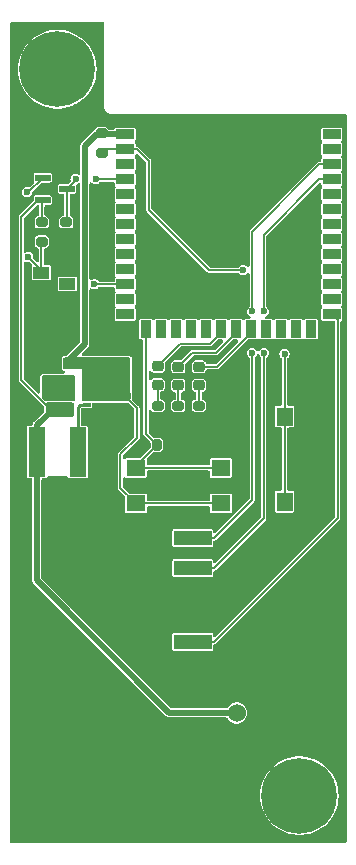
<source format=gtl>
%TF.GenerationSoftware,KiCad,Pcbnew,7.0.7*%
%TF.CreationDate,2024-02-09T14:16:11-05:00*%
%TF.ProjectId,key-fob-pcb,6b65792d-666f-4622-9d70-63622e6b6963,rev?*%
%TF.SameCoordinates,Original*%
%TF.FileFunction,Copper,L1,Top*%
%TF.FilePolarity,Positive*%
%FSLAX46Y46*%
G04 Gerber Fmt 4.6, Leading zero omitted, Abs format (unit mm)*
G04 Created by KiCad (PCBNEW 7.0.7) date 2024-02-09 14:16:11*
%MOMM*%
%LPD*%
G01*
G04 APERTURE LIST*
G04 Aperture macros list*
%AMRoundRect*
0 Rectangle with rounded corners*
0 $1 Rounding radius*
0 $2 $3 $4 $5 $6 $7 $8 $9 X,Y pos of 4 corners*
0 Add a 4 corners polygon primitive as box body*
4,1,4,$2,$3,$4,$5,$6,$7,$8,$9,$2,$3,0*
0 Add four circle primitives for the rounded corners*
1,1,$1+$1,$2,$3*
1,1,$1+$1,$4,$5*
1,1,$1+$1,$6,$7*
1,1,$1+$1,$8,$9*
0 Add four rect primitives between the rounded corners*
20,1,$1+$1,$2,$3,$4,$5,0*
20,1,$1+$1,$4,$5,$6,$7,0*
20,1,$1+$1,$6,$7,$8,$9,0*
20,1,$1+$1,$8,$9,$2,$3,0*%
G04 Aperture macros list end*
%TA.AperFunction,SMDPad,CuDef*%
%ADD10R,3.180000X1.270000*%
%TD*%
%TA.AperFunction,SMDPad,CuDef*%
%ADD11RoundRect,0.225000X-0.250000X0.225000X-0.250000X-0.225000X0.250000X-0.225000X0.250000X0.225000X0*%
%TD*%
%TA.AperFunction,SMDPad,CuDef*%
%ADD12RoundRect,0.225000X0.250000X-0.225000X0.250000X0.225000X-0.250000X0.225000X-0.250000X-0.225000X0*%
%TD*%
%TA.AperFunction,SMDPad,CuDef*%
%ADD13RoundRect,0.225000X0.225000X0.250000X-0.225000X0.250000X-0.225000X-0.250000X0.225000X-0.250000X0*%
%TD*%
%TA.AperFunction,ComponentPad*%
%ADD14C,1.530000*%
%TD*%
%TA.AperFunction,ComponentPad*%
%ADD15C,3.600000*%
%TD*%
%TA.AperFunction,ConnectorPad*%
%ADD16C,6.400000*%
%TD*%
%TA.AperFunction,SMDPad,CuDef*%
%ADD17R,0.900000X0.900000*%
%TD*%
%TA.AperFunction,SMDPad,CuDef*%
%ADD18R,1.500000X0.900000*%
%TD*%
%TA.AperFunction,SMDPad,CuDef*%
%ADD19R,0.900000X1.500000*%
%TD*%
%TA.AperFunction,SMDPad,CuDef*%
%ADD20R,1.400000X1.000000*%
%TD*%
%TA.AperFunction,SMDPad,CuDef*%
%ADD21R,0.670001X0.299999*%
%TD*%
%TA.AperFunction,SMDPad,CuDef*%
%ADD22R,1.400000X1.600000*%
%TD*%
%TA.AperFunction,SMDPad,CuDef*%
%ADD23R,1.600000X1.400000*%
%TD*%
%TA.AperFunction,SMDPad,CuDef*%
%ADD24RoundRect,0.200000X-0.275000X0.200000X-0.275000X-0.200000X0.275000X-0.200000X0.275000X0.200000X0*%
%TD*%
%TA.AperFunction,SMDPad,CuDef*%
%ADD25RoundRect,0.200000X0.275000X-0.200000X0.275000X0.200000X-0.275000X0.200000X-0.275000X-0.200000X0*%
%TD*%
%TA.AperFunction,SMDPad,CuDef*%
%ADD26RoundRect,0.200000X0.200000X0.275000X-0.200000X0.275000X-0.200000X-0.275000X0.200000X-0.275000X0*%
%TD*%
%TA.AperFunction,SMDPad,CuDef*%
%ADD27RoundRect,0.088500X-0.561500X-0.206500X0.561500X-0.206500X0.561500X0.206500X-0.561500X0.206500X0*%
%TD*%
%TA.AperFunction,SMDPad,CuDef*%
%ADD28R,1.447800X4.191000*%
%TD*%
%TA.AperFunction,SMDPad,CuDef*%
%ADD29RoundRect,0.218750X0.256250X-0.218750X0.256250X0.218750X-0.256250X0.218750X-0.256250X-0.218750X0*%
%TD*%
%TA.AperFunction,ViaPad*%
%ADD30C,0.600000*%
%TD*%
%TA.AperFunction,Conductor*%
%ADD31C,0.177800*%
%TD*%
%TA.AperFunction,Conductor*%
%ADD32C,0.508000*%
%TD*%
%TA.AperFunction,Conductor*%
%ADD33C,0.254000*%
%TD*%
G04 APERTURE END LIST*
D10*
%TO.P,J1,1,Pin_1*%
%TO.N,/BOOT*%
X154220000Y-139480000D03*
%TO.P,J1,2,Pin_2*%
%TO.N,GND*%
X154220000Y-142020000D03*
%TD*%
D11*
%TO.P,C3,1*%
%TO.N,/ESP32/VCC*%
X148450000Y-118625000D03*
%TO.P,C3,2*%
%TO.N,GND*%
X148450000Y-120175000D03*
%TD*%
D12*
%TO.P,R4,1*%
%TO.N,Net-(U2-FB)*%
X142000000Y-117400000D03*
%TO.P,R4,2*%
%TO.N,GND*%
X142000000Y-115850000D03*
%TD*%
D11*
%TO.P,R3,1*%
%TO.N,/ESP32/VCC*%
X143750000Y-115850000D03*
%TO.P,R3,2*%
%TO.N,Net-(U2-FB)*%
X143750000Y-117400000D03*
%TD*%
%TO.P,C2,2*%
%TO.N,GND*%
X146750000Y-120175000D03*
%TO.P,C2,1*%
%TO.N,/ESP32/VCC*%
X146750000Y-118625000D03*
%TD*%
D13*
%TO.P,C1,1*%
%TO.N,/ADC/VIN*%
X142275000Y-119900000D03*
%TO.P,C1,2*%
%TO.N,GND*%
X140725000Y-119900000D03*
%TD*%
D14*
%TO.P,BT1,P*%
%TO.N,/ADC/VIN*%
X157950000Y-145500000D03*
%TO.P,BT1,N*%
%TO.N,GND*%
X145250000Y-145500000D03*
%TD*%
D10*
%TO.P,J2,1,Pin_1*%
%TO.N,/TX*%
X154220000Y-130710000D03*
%TO.P,J2,2,Pin_2*%
%TO.N,/RX*%
X154220000Y-133250000D03*
%TO.P,J2,3,Pin_3*%
%TO.N,GND*%
X154220000Y-135790000D03*
%TD*%
D15*
%TO.P,REF\u002A\u002A,1*%
%TO.N,N/C*%
X142750000Y-91000000D03*
D16*
X142750000Y-91000000D03*
%TD*%
D15*
%TO.P,REF\u002A\u002A,1*%
%TO.N,N/C*%
X163250000Y-152500000D03*
D16*
X163250000Y-152500000D03*
%TD*%
D17*
%TO.P,U4,41,GND*%
%TO.N,GND*%
X157150000Y-104360000D03*
X157150000Y-102960000D03*
X157150000Y-101560000D03*
X155750000Y-104360000D03*
X155750000Y-102960000D03*
X155750000Y-101560000D03*
X155750000Y-101560000D03*
X154350000Y-104360000D03*
X154350000Y-104360000D03*
X154350000Y-102960000D03*
X154350000Y-101560000D03*
D18*
%TO.P,U4,40,GND*%
X166000000Y-95240000D03*
%TO.P,U4,39,GPIO1/TOUCH1/ADC1_CH0*%
%TO.N,unconnected-(U4-GPIO1{slash}TOUCH1{slash}ADC1_CH0-Pad39)*%
X166000000Y-96510000D03*
%TO.P,U4,38,GPIO2/TOUCH2/ADC1_CH1*%
%TO.N,unconnected-(U4-GPIO2{slash}TOUCH2{slash}ADC1_CH1-Pad38)*%
X166000000Y-97780000D03*
%TO.P,U4,37,U0TXD/GPIO43/CLK_OUT1*%
%TO.N,/TX*%
X166000000Y-99050000D03*
%TO.P,U4,36,U0RXD/GPIO44/CLK_OUT2*%
%TO.N,/RX*%
X166000000Y-100320000D03*
%TO.P,U4,35,MTMS/GPIO42*%
%TO.N,unconnected-(U4-MTMS{slash}GPIO42-Pad35)*%
X166000000Y-101590000D03*
%TO.P,U4,34,MTDI/GPIO41/CLK_OUT1*%
%TO.N,unconnected-(U4-MTDI{slash}GPIO41{slash}CLK_OUT1-Pad34)*%
X166000000Y-102860000D03*
%TO.P,U4,33,MTDO/GPIO40/CLK_OUT2*%
%TO.N,unconnected-(U4-MTDO{slash}GPIO40{slash}CLK_OUT2-Pad33)*%
X166000000Y-104130000D03*
%TO.P,U4,32,MTCK/GPIO39/CLK_OUT3/SUBSPICS1*%
%TO.N,unconnected-(U4-MTCK{slash}GPIO39{slash}CLK_OUT3{slash}SUBSPICS1-Pad32)*%
X166000000Y-105400000D03*
%TO.P,U4,31,GPIO38/FSPIWP/SUBSPIWP*%
%TO.N,unconnected-(U4-GPIO38{slash}FSPIWP{slash}SUBSPIWP-Pad31)*%
X166000000Y-106670000D03*
%TO.P,U4,30,SPIDQS/GPIO37/FSPIQ/SUBSPIQ*%
%TO.N,unconnected-(U4-SPIDQS{slash}GPIO37{slash}FSPIQ{slash}SUBSPIQ-Pad30)*%
X166000000Y-107940000D03*
%TO.P,U4,29,SPIIO7/GPIO36/FSPICLK/SUBSPICLK*%
%TO.N,unconnected-(U4-SPIIO7{slash}GPIO36{slash}FSPICLK{slash}SUBSPICLK-Pad29)*%
X166000000Y-109210000D03*
%TO.P,U4,28,SPIIO6/GPIO35/FSPID/SUBSPID*%
%TO.N,unconnected-(U4-SPIIO6{slash}GPIO35{slash}FSPID{slash}SUBSPID-Pad28)*%
X166000000Y-110480000D03*
%TO.P,U4,27,GPIO0/BOOT*%
%TO.N,/BOOT*%
X166000000Y-111750000D03*
D19*
%TO.P,U4,26,GPIO45*%
%TO.N,unconnected-(U4-GPIO45-Pad26)*%
X164235000Y-113000000D03*
%TO.P,U4,25,GPIO48/SPICLK_N/SUBSPICLK_N_DIFF*%
%TO.N,unconnected-(U4-GPIO48{slash}SPICLK_N{slash}SUBSPICLK_N_DIFF-Pad25)*%
X162965000Y-113000000D03*
%TO.P,U4,24,GPIO47/SPICLK_P/SUBSPICLK_P_DIFF*%
%TO.N,unconnected-(U4-GPIO47{slash}SPICLK_P{slash}SUBSPICLK_P_DIFF-Pad24)*%
X161695000Y-113000000D03*
%TO.P,U4,23,GPIO21*%
%TO.N,unconnected-(U4-GPIO21-Pad23)*%
X160425000Y-113000000D03*
%TO.P,U4,22,GPIO14/TOUCH14/ADC2_CH3/FSPIWP/FSPIDQS/SUBSPIWP*%
%TO.N,/LED3*%
X159155000Y-113000000D03*
%TO.P,U4,21,GPIO13/TOUCH13/ADC2_CH2/FSPIQ/FSPIIO7/SUBSPIQ*%
%TO.N,/LED2*%
X157885000Y-113000000D03*
%TO.P,U4,20,GPIO12/TOUCH12/ADC2_CH1/FSPICLK/FSPIIO6/SUBSPICLK*%
%TO.N,/LED1*%
X156615000Y-113000000D03*
%TO.P,U4,19,GPIO11/TOUCH11/ADC2_CH0/FSPID/FSPIIO5/SUBSPID*%
%TO.N,unconnected-(U4-GPIO11{slash}TOUCH11{slash}ADC2_CH0{slash}FSPID{slash}FSPIIO5{slash}SUBSPID-Pad19)*%
X155345000Y-113000000D03*
%TO.P,U4,18,GPIO10/TOUCH10/ADC1_CH9/FSPICS0/FSPIIO4/SUBSPICS0*%
%TO.N,unconnected-(U4-GPIO10{slash}TOUCH10{slash}ADC1_CH9{slash}FSPICS0{slash}FSPIIO4{slash}SUBSPICS0-Pad18)*%
X154075000Y-113000000D03*
%TO.P,U4,17,GPIO9/TOUCH9/ADC1_CH8/FSPIHD/SUBSPIHD*%
%TO.N,unconnected-(U4-GPIO9{slash}TOUCH9{slash}ADC1_CH8{slash}FSPIHD{slash}SUBSPIHD-Pad17)*%
X152805000Y-113000000D03*
%TO.P,U4,16,GPIO46*%
%TO.N,unconnected-(U4-GPIO46-Pad16)*%
X151535000Y-113000000D03*
%TO.P,U4,15,GPIO3/TOUCH3/ADC1_CH2*%
%TO.N,/START_STOP*%
X150265000Y-113000000D03*
D18*
%TO.P,U4,14,GPIO20/U1CTS/ADC2_CH9/CLK_OUT1/USB_D+*%
%TO.N,unconnected-(U4-GPIO20{slash}U1CTS{slash}ADC2_CH9{slash}CLK_OUT1{slash}USB_D+-Pad14)*%
X148500000Y-111750000D03*
%TO.P,U4,13,GPIO19/U1RTS/ADC2_CH8/CLK_OUT2/USB_D-*%
%TO.N,unconnected-(U4-GPIO19{slash}U1RTS{slash}ADC2_CH8{slash}CLK_OUT2{slash}USB_D--Pad13)*%
X148500000Y-110480000D03*
%TO.P,U4,12,GPIO8/TOUCH8/ADC1_CH7/SUBSPICS1*%
%TO.N,/VBAT_ADC_EN*%
X148500000Y-109210000D03*
%TO.P,U4,11,GPIO18/U1RXD/ADC2_CH7/CLK_OUT3*%
%TO.N,unconnected-(U4-GPIO18{slash}U1RXD{slash}ADC2_CH7{slash}CLK_OUT3-Pad11)*%
X148500000Y-107940000D03*
%TO.P,U4,10,GPIO17/U1TXD/ADC2_CH6*%
%TO.N,unconnected-(U4-GPIO17{slash}U1TXD{slash}ADC2_CH6-Pad10)*%
X148500000Y-106670000D03*
%TO.P,U4,9,GPIO16/U0CTS/ADC2_CH5/XTAL_32K_N*%
%TO.N,unconnected-(U4-GPIO16{slash}U0CTS{slash}ADC2_CH5{slash}XTAL_32K_N-Pad9)*%
X148500000Y-105400000D03*
%TO.P,U4,8,GPIO15/U0RTS/ADC2_CH4/XTAL_32K_P*%
%TO.N,unconnected-(U4-GPIO15{slash}U0RTS{slash}ADC2_CH4{slash}XTAL_32K_P-Pad8)*%
X148500000Y-104130000D03*
%TO.P,U4,7,GPIO7/TOUCH7/ADC1_CH6*%
%TO.N,unconnected-(U4-GPIO7{slash}TOUCH7{slash}ADC1_CH6-Pad7)*%
X148500000Y-102860000D03*
%TO.P,U4,6,GPIO6/TOUCH6/ADC1_CH5*%
%TO.N,unconnected-(U4-GPIO6{slash}TOUCH6{slash}ADC1_CH5-Pad6)*%
X148500000Y-101590000D03*
%TO.P,U4,5,GPIO5/TOUCH5/ADC1_CH4*%
%TO.N,/VBAT_ADC*%
X148500000Y-100320000D03*
%TO.P,U4,4,GPIO4/TOUCH4/ADC1_CH3*%
%TO.N,unconnected-(U4-GPIO4{slash}TOUCH4{slash}ADC1_CH3-Pad4)*%
X148500000Y-99050000D03*
%TO.P,U4,3,EN*%
%TO.N,/EN*%
X148500000Y-97780000D03*
%TO.P,U4,2,3V3*%
%TO.N,/ESP32/VCC*%
X148500000Y-96510000D03*
%TO.P,U4,1,GND*%
%TO.N,GND*%
X148500000Y-95240000D03*
%TD*%
D20*
%TO.P,U3,3*%
%TO.N,Net-(Q1-Pad1)*%
X141400000Y-108225000D03*
%TO.P,U3,2*%
%TO.N,GND*%
X143600000Y-107275000D03*
%TO.P,U3,1*%
%TO.N,/VBAT_ADC_EN*%
X143600000Y-109175000D03*
%TD*%
D21*
%TO.P,U2,1,FB*%
%TO.N,Net-(U2-FB)*%
X143750000Y-118899999D03*
%TO.P,U2,2,EN*%
%TO.N,/ADC/VIN*%
X143750000Y-119399998D03*
%TO.P,U2,3,VIN*%
X143750000Y-119900000D03*
%TO.P,U2,4,GND*%
%TO.N,GND*%
X145230002Y-119900000D03*
%TO.P,U2,5,SW*%
%TO.N,Net-(U2-SW)*%
X145230002Y-119399998D03*
%TO.P,U2,6,VOUT*%
%TO.N,/ESP32/VCC*%
X145230002Y-118899999D03*
%TD*%
D22*
%TO.P,SW2,1,1*%
%TO.N,GND*%
X165000000Y-127600000D03*
X165000000Y-120400000D03*
%TO.P,SW2,2,2*%
%TO.N,/EN*%
X162000000Y-127600000D03*
X162000000Y-120400000D03*
%TD*%
D23*
%TO.P,SW1,1,1*%
%TO.N,/ESP32/VCC*%
X149400000Y-127750000D03*
X156600000Y-127750000D03*
%TO.P,SW1,2,2*%
%TO.N,/START_STOP*%
X149400000Y-124750000D03*
X156600000Y-124750000D03*
%TD*%
D24*
%TO.P,R13,2*%
%TO.N,GND*%
X143500000Y-105600000D03*
%TO.P,R13,1*%
%TO.N,/VBAT_ADC*%
X143500000Y-103950000D03*
%TD*%
%TO.P,R12,2*%
%TO.N,Net-(Q1-Pad1)*%
X141450000Y-105600000D03*
%TO.P,R12,1*%
%TO.N,/ADC/VIN*%
X141450000Y-103950000D03*
%TD*%
D25*
%TO.P,R9,2*%
%TO.N,Net-(D3-K)*%
X154750000Y-119500000D03*
%TO.P,R9,1*%
%TO.N,GND*%
X154750000Y-121150000D03*
%TD*%
%TO.P,R8,1*%
%TO.N,GND*%
X153000000Y-121150000D03*
%TO.P,R8,2*%
%TO.N,Net-(D2-K)*%
X153000000Y-119500000D03*
%TD*%
%TO.P,R7,2*%
%TO.N,Net-(D1-K)*%
X151250000Y-119500000D03*
%TO.P,R7,1*%
%TO.N,GND*%
X151250000Y-121150000D03*
%TD*%
D24*
%TO.P,R2,1*%
%TO.N,/ESP32/VCC*%
X146500000Y-96425000D03*
%TO.P,R2,2*%
%TO.N,/EN*%
X146500000Y-98075000D03*
%TD*%
D26*
%TO.P,R1,2*%
%TO.N,/START_STOP*%
X151175000Y-122800000D03*
%TO.P,R1,1*%
%TO.N,GND*%
X152825000Y-122800000D03*
%TD*%
D27*
%TO.P,Q1,3*%
%TO.N,/VBAT_ADC*%
X143575000Y-101125000D03*
%TO.P,Q1,2*%
%TO.N,/ADC/VIN*%
X141525000Y-102075000D03*
%TO.P,Q1,1*%
%TO.N,Net-(Q1-Pad1)*%
X141525000Y-100175000D03*
%TD*%
D28*
%TO.P,L1,1,1*%
%TO.N,Net-(U2-SW)*%
X144477200Y-123400000D03*
%TO.P,L1,2,2*%
%TO.N,/ADC/VIN*%
X141022800Y-123400000D03*
%TD*%
D29*
%TO.P,D3,2,A*%
%TO.N,/LED3*%
X154750000Y-116175000D03*
%TO.P,D3,1,K*%
%TO.N,Net-(D3-K)*%
X154750000Y-117750000D03*
%TD*%
%TO.P,D2,2,A*%
%TO.N,/LED2*%
X153000000Y-116175000D03*
%TO.P,D2,1,K*%
%TO.N,Net-(D2-K)*%
X153000000Y-117750000D03*
%TD*%
%TO.P,D1,2,A*%
%TO.N,/LED1*%
X151250000Y-116137500D03*
%TO.P,D1,1,K*%
%TO.N,Net-(D1-K)*%
X151250000Y-117712500D03*
%TD*%
D30*
%TO.N,GND*%
X146500000Y-104250000D03*
X157000000Y-110500000D03*
X150750000Y-106000000D03*
X154400000Y-100600000D03*
X153400000Y-101600000D03*
X153400000Y-102900000D03*
X153400000Y-104400000D03*
X154400000Y-105300000D03*
X155800000Y-105300000D03*
X157200000Y-105300000D03*
X158100000Y-104400000D03*
X158100000Y-102900000D03*
X158100000Y-101600000D03*
X157200000Y-100600000D03*
X155800000Y-100600000D03*
X147600000Y-121700000D03*
X148400000Y-121700000D03*
X148400000Y-121000000D03*
X147600000Y-121000000D03*
X146800000Y-121000000D03*
%TO.N,/VBAT_ADC_EN*%
X143600000Y-109175000D03*
X145900000Y-109200000D03*
%TO.N,/VBAT_ADC*%
X144300000Y-100300000D03*
X146000000Y-100300000D03*
%TO.N,/EN*%
X158500000Y-108000000D03*
X162000000Y-115100000D03*
%TO.N,Net-(Q1-Pad1)*%
X140300000Y-106900000D03*
X140200000Y-101400000D03*
%TO.N,/RX*%
X160250000Y-111500000D03*
X160250000Y-115000000D03*
%TO.N,/TX*%
X159250000Y-111500000D03*
X159250000Y-115000000D03*
%TO.N,GND*%
X140050000Y-120200000D03*
X140050000Y-119400000D03*
X141950000Y-115400000D03*
%TD*%
D31*
%TO.N,/BOOT*%
X166500000Y-112250000D02*
X166000000Y-111750000D01*
X154220000Y-139480000D02*
X156020000Y-139480000D01*
X156020000Y-139480000D02*
X166500000Y-129000000D01*
X166500000Y-129000000D02*
X166500000Y-112250000D01*
%TO.N,/EN*%
X162000000Y-120400000D02*
X162000000Y-127600000D01*
%TO.N,/START_STOP*%
X151175000Y-122800000D02*
X150265000Y-121890000D01*
X150265000Y-121890000D02*
X150265000Y-113000000D01*
X149400000Y-124575000D02*
X151175000Y-122800000D01*
X149400000Y-124750000D02*
X149400000Y-124575000D01*
%TO.N,/ESP32/VCC*%
X148100000Y-126450000D02*
X149400000Y-127750000D01*
X148100000Y-123600000D02*
X148100000Y-126450000D01*
X149500000Y-122200000D02*
X148100000Y-123600000D01*
X149500000Y-119675000D02*
X149500000Y-122200000D01*
X148450000Y-118625000D02*
X149500000Y-119675000D01*
%TO.N,/START_STOP*%
X156600000Y-124750000D02*
X149400000Y-124750000D01*
%TO.N,/ESP32/VCC*%
X149400000Y-127750000D02*
X156600000Y-127750000D01*
%TO.N,/VBAT_ADC_EN*%
X145910000Y-109210000D02*
X145900000Y-109200000D01*
X148500000Y-109210000D02*
X145910000Y-109210000D01*
%TO.N,/VBAT_ADC*%
X144300000Y-100400000D02*
X143575000Y-101125000D01*
X144300000Y-100300000D02*
X144300000Y-100400000D01*
X146020000Y-100320000D02*
X146000000Y-100300000D01*
X148500000Y-100320000D02*
X146020000Y-100320000D01*
%TO.N,/EN*%
X150500000Y-98800000D02*
X149480000Y-97780000D01*
X155600000Y-108000000D02*
X150500000Y-102900000D01*
X149480000Y-97780000D02*
X148500000Y-97780000D01*
X158500000Y-108000000D02*
X155600000Y-108000000D01*
X150500000Y-102900000D02*
X150500000Y-98800000D01*
X162000000Y-120400000D02*
X162000000Y-115100000D01*
%TO.N,Net-(Q1-Pad1)*%
X140200000Y-101400000D02*
X140300000Y-101400000D01*
X140300000Y-101400000D02*
X141525000Y-100175000D01*
X141400000Y-108000000D02*
X141400000Y-108225000D01*
X140300000Y-106900000D02*
X141400000Y-108000000D01*
%TO.N,/ADC/VIN*%
X139700000Y-103500000D02*
X139700000Y-117325000D01*
X141125000Y-102075000D02*
X139700000Y-103500000D01*
X139700000Y-117325000D02*
X142275000Y-119900000D01*
X141525000Y-102075000D02*
X141125000Y-102075000D01*
%TO.N,Net-(Q1-Pad1)*%
X141400000Y-105650000D02*
X141400000Y-108225000D01*
%TO.N,/ADC/VIN*%
X141450000Y-103950000D02*
X141450000Y-102150000D01*
%TO.N,/VBAT_ADC*%
X143575000Y-101125000D02*
X143575000Y-103875000D01*
X143575000Y-103875000D02*
X143500000Y-103950000D01*
%TO.N,/ADC/VIN*%
X141450000Y-102150000D02*
X141525000Y-102075000D01*
%TO.N,Net-(Q1-Pad1)*%
X141450000Y-105600000D02*
X141400000Y-105650000D01*
D32*
%TO.N,/ESP32/VCC*%
X145100000Y-114275000D02*
X143750000Y-115625000D01*
X145100000Y-97500000D02*
X145100000Y-114275000D01*
X146090000Y-96510000D02*
X145100000Y-97500000D01*
X148500000Y-96510000D02*
X146090000Y-96510000D01*
%TO.N,/ADC/VIN*%
X141022800Y-134272800D02*
X141022800Y-123400000D01*
X152250000Y-145500000D02*
X141022800Y-134272800D01*
X157950000Y-145500000D02*
X152250000Y-145500000D01*
X141022800Y-121152200D02*
X141022800Y-123400000D01*
X142275000Y-119900000D02*
X141022800Y-121152200D01*
D31*
%TO.N,/RX*%
X156000000Y-133250000D02*
X154220000Y-133250000D01*
X160250000Y-115000000D02*
X160250000Y-129000000D01*
X160250000Y-129000000D02*
X156000000Y-133250000D01*
%TO.N,/TX*%
X155987800Y-130710000D02*
X154220000Y-130710000D01*
X159250000Y-127447800D02*
X155987800Y-130710000D01*
X159250000Y-115000000D02*
X159250000Y-127447800D01*
%TO.N,/RX*%
X164930000Y-100320000D02*
X166000000Y-100320000D01*
X160250000Y-111500000D02*
X160250000Y-105000000D01*
X160250000Y-105000000D02*
X164930000Y-100320000D01*
%TO.N,/TX*%
X159250000Y-104750000D02*
X164950000Y-99050000D01*
X159250000Y-111500000D02*
X159250000Y-104750000D01*
X164950000Y-99050000D02*
X166000000Y-99050000D01*
%TO.N,Net-(D3-K)*%
X154750000Y-117750000D02*
X154750000Y-119500000D01*
%TO.N,Net-(D2-K)*%
X153000000Y-117750000D02*
X153000000Y-119500000D01*
%TO.N,Net-(D1-K)*%
X151250000Y-117712500D02*
X151250000Y-119500000D01*
%TO.N,/LED2*%
X156185000Y-115000000D02*
X154175000Y-115000000D01*
X157885000Y-113000000D02*
X157885000Y-113300000D01*
X157885000Y-113300000D02*
X156185000Y-115000000D01*
X154175000Y-115000000D02*
X153000000Y-116175000D01*
%TO.N,/LED3*%
X156280000Y-116175000D02*
X154750000Y-116175000D01*
X159155000Y-113300000D02*
X156280000Y-116175000D01*
X159155000Y-113000000D02*
X159155000Y-113300000D01*
%TO.N,/LED1*%
X153137500Y-114250000D02*
X151250000Y-116137500D01*
X155665000Y-114250000D02*
X153137500Y-114250000D01*
X156615000Y-113300000D02*
X155665000Y-114250000D01*
X156615000Y-113000000D02*
X156615000Y-113300000D01*
%TO.N,/EN*%
X146795000Y-97780000D02*
X146500000Y-98075000D01*
X148500000Y-97780000D02*
X146795000Y-97780000D01*
X146500000Y-97925000D02*
X146645000Y-97780000D01*
%TO.N,GND*%
X140350000Y-119900000D02*
X140050000Y-120200000D01*
X140725000Y-119900000D02*
X140350000Y-119900000D01*
X140550000Y-119900000D02*
X140050000Y-119400000D01*
X140725000Y-119900000D02*
X140550000Y-119900000D01*
X142000000Y-115450000D02*
X141950000Y-115400000D01*
X142000000Y-115850000D02*
X142000000Y-115450000D01*
D33*
%TO.N,Net-(U2-SW)*%
X144641002Y-119399998D02*
X145230002Y-119399998D01*
X144477200Y-119563800D02*
X144641002Y-119399998D01*
X144477200Y-123400000D02*
X144477200Y-119563800D01*
%TD*%
%TA.AperFunction,Conductor*%
%TO.N,/ADC/VIN*%
G36*
X144093039Y-119219685D02*
G01*
X144138794Y-119272489D01*
X144150000Y-119324000D01*
X144150000Y-120276000D01*
X144130315Y-120343039D01*
X144077511Y-120388794D01*
X144026000Y-120400000D01*
X141924000Y-120400000D01*
X141856961Y-120380315D01*
X141811206Y-120327511D01*
X141800000Y-120276000D01*
X141800000Y-119324000D01*
X141819685Y-119256961D01*
X141872489Y-119211206D01*
X141924000Y-119200000D01*
X144026000Y-119200000D01*
X144093039Y-119219685D01*
G37*
%TD.AperFunction*%
%TD*%
%TA.AperFunction,Conductor*%
%TO.N,Net-(U2-FB)*%
G36*
X144193039Y-116919685D02*
G01*
X144238794Y-116972489D01*
X144250000Y-117024000D01*
X144250000Y-118962033D01*
X144230315Y-119029072D01*
X144177511Y-119074827D01*
X144108353Y-119084771D01*
X144091065Y-119081010D01*
X144063329Y-119072866D01*
X144063332Y-119072866D01*
X144026003Y-119067500D01*
X144026000Y-119067500D01*
X141924000Y-119067500D01*
X141923997Y-119067500D01*
X141895832Y-119070528D01*
X141843501Y-119081912D01*
X141773809Y-119076928D01*
X141729462Y-119048427D01*
X141486319Y-118805284D01*
X141452834Y-118743961D01*
X141450000Y-118717603D01*
X141450000Y-117024000D01*
X141469685Y-116956961D01*
X141522489Y-116911206D01*
X141574000Y-116900000D01*
X144126000Y-116900000D01*
X144193039Y-116919685D01*
G37*
%TD.AperFunction*%
%TD*%
%TA.AperFunction,Conductor*%
%TO.N,/ESP32/VCC*%
G36*
X148893039Y-115419685D02*
G01*
X148938794Y-115472489D01*
X148950000Y-115524000D01*
X148950000Y-118976000D01*
X148930315Y-119043039D01*
X148877511Y-119088794D01*
X148826000Y-119100000D01*
X144974000Y-119100000D01*
X144906961Y-119080315D01*
X144861206Y-119027511D01*
X144850000Y-118976000D01*
X144850000Y-116400000D01*
X143374000Y-116400000D01*
X143306961Y-116380315D01*
X143261206Y-116327511D01*
X143250000Y-116276000D01*
X143250000Y-115524000D01*
X143269685Y-115456961D01*
X143322489Y-115411206D01*
X143374000Y-115400000D01*
X148826000Y-115400000D01*
X148893039Y-115419685D01*
G37*
%TD.AperFunction*%
%TD*%
%TA.AperFunction,Conductor*%
%TO.N,GND*%
G36*
X148950000Y-122200000D02*
G01*
X147250000Y-122200000D01*
X144850000Y-120100000D01*
X144850000Y-119700000D01*
X148950000Y-119700000D01*
X148950000Y-122200000D01*
G37*
%TD.AperFunction*%
%TD*%
%TA.AperFunction,Conductor*%
%TO.N,GND*%
G36*
X149538087Y-98161295D02*
G01*
X149584514Y-98190550D01*
X150247282Y-98853318D01*
X150280766Y-98914639D01*
X150283600Y-98940997D01*
X150283600Y-102892695D01*
X150283515Y-102895941D01*
X150281488Y-102934609D01*
X150288372Y-102952543D01*
X150293897Y-102971194D01*
X150297891Y-102989983D01*
X150297892Y-102989986D01*
X150298587Y-102990942D01*
X150314029Y-103019381D01*
X150314454Y-103020489D01*
X150314456Y-103020492D01*
X150328035Y-103034071D01*
X150340672Y-103048867D01*
X150351963Y-103064408D01*
X150351965Y-103064410D01*
X150352988Y-103065000D01*
X150378673Y-103084709D01*
X155441826Y-108147861D01*
X155444042Y-108150197D01*
X155469961Y-108178983D01*
X155487515Y-108186798D01*
X155504608Y-108196079D01*
X155520714Y-108206539D01*
X155520716Y-108206540D01*
X155521884Y-108206725D01*
X155552918Y-108215917D01*
X155554003Y-108216400D01*
X155573208Y-108216400D01*
X155592606Y-108217926D01*
X155611579Y-108220932D01*
X155612721Y-108220626D01*
X155644817Y-108216400D01*
X158065219Y-108216400D01*
X158132258Y-108236085D01*
X158158931Y-108259196D01*
X158217168Y-108326405D01*
X158320584Y-108392866D01*
X158438535Y-108427500D01*
X158561465Y-108427500D01*
X158679416Y-108392866D01*
X158782832Y-108326405D01*
X158815888Y-108288256D01*
X158874666Y-108250483D01*
X158944535Y-108250483D01*
X159003313Y-108288258D01*
X159032338Y-108351813D01*
X159033600Y-108369460D01*
X159033600Y-111063192D01*
X159013915Y-111130231D01*
X158976641Y-111167506D01*
X158967172Y-111173591D01*
X158967169Y-111173593D01*
X158886667Y-111266497D01*
X158886665Y-111266500D01*
X158835599Y-111378317D01*
X158835598Y-111378321D01*
X158818104Y-111500000D01*
X158835598Y-111621678D01*
X158835599Y-111621682D01*
X158886665Y-111733499D01*
X158886666Y-111733501D01*
X158967168Y-111826405D01*
X159070584Y-111892866D01*
X159072635Y-111894184D01*
X159118390Y-111946988D01*
X159128334Y-112016147D01*
X159099309Y-112079702D01*
X159040531Y-112117477D01*
X159005596Y-112122500D01*
X158692441Y-112122500D01*
X158655250Y-112129898D01*
X158613076Y-112158078D01*
X158607681Y-112163474D01*
X158546358Y-112196959D01*
X158476666Y-112191975D01*
X158432319Y-112163474D01*
X158426923Y-112158078D01*
X158384749Y-112129898D01*
X158347559Y-112122500D01*
X158347558Y-112122500D01*
X157422442Y-112122500D01*
X157422441Y-112122500D01*
X157385250Y-112129898D01*
X157343076Y-112158078D01*
X157337681Y-112163474D01*
X157276358Y-112196959D01*
X157206666Y-112191975D01*
X157162319Y-112163474D01*
X157156923Y-112158078D01*
X157114749Y-112129898D01*
X157077559Y-112122500D01*
X157077558Y-112122500D01*
X156152442Y-112122500D01*
X156152441Y-112122500D01*
X156115250Y-112129898D01*
X156073076Y-112158078D01*
X156067681Y-112163474D01*
X156006358Y-112196959D01*
X155936666Y-112191975D01*
X155892319Y-112163474D01*
X155886923Y-112158078D01*
X155844749Y-112129898D01*
X155807559Y-112122500D01*
X155807558Y-112122500D01*
X154882442Y-112122500D01*
X154882441Y-112122500D01*
X154845250Y-112129898D01*
X154803076Y-112158078D01*
X154797681Y-112163474D01*
X154736358Y-112196959D01*
X154666666Y-112191975D01*
X154622319Y-112163474D01*
X154616923Y-112158078D01*
X154574749Y-112129898D01*
X154537559Y-112122500D01*
X154537558Y-112122500D01*
X153612442Y-112122500D01*
X153612441Y-112122500D01*
X153575250Y-112129898D01*
X153533076Y-112158078D01*
X153527681Y-112163474D01*
X153466358Y-112196959D01*
X153396666Y-112191975D01*
X153352319Y-112163474D01*
X153346923Y-112158078D01*
X153304749Y-112129898D01*
X153267559Y-112122500D01*
X153267558Y-112122500D01*
X152342442Y-112122500D01*
X152342441Y-112122500D01*
X152305250Y-112129898D01*
X152263076Y-112158078D01*
X152257681Y-112163474D01*
X152196358Y-112196959D01*
X152126666Y-112191975D01*
X152082319Y-112163474D01*
X152076923Y-112158078D01*
X152034749Y-112129898D01*
X151997559Y-112122500D01*
X151997558Y-112122500D01*
X151072442Y-112122500D01*
X151072441Y-112122500D01*
X151035250Y-112129898D01*
X150993076Y-112158078D01*
X150987681Y-112163474D01*
X150926358Y-112196959D01*
X150856666Y-112191975D01*
X150812319Y-112163474D01*
X150806923Y-112158078D01*
X150764749Y-112129898D01*
X150727559Y-112122500D01*
X150727558Y-112122500D01*
X149802442Y-112122500D01*
X149802441Y-112122500D01*
X149765250Y-112129898D01*
X149723077Y-112158077D01*
X149694898Y-112200250D01*
X149687500Y-112237441D01*
X149687500Y-113762558D01*
X149694898Y-113799749D01*
X149723077Y-113841922D01*
X149765250Y-113870101D01*
X149765252Y-113870102D01*
X149793205Y-113875662D01*
X149802441Y-113877500D01*
X149802442Y-113877500D01*
X149924600Y-113877500D01*
X149991639Y-113897185D01*
X150037394Y-113949989D01*
X150048600Y-114001500D01*
X150048600Y-121882695D01*
X150048515Y-121885941D01*
X150046488Y-121924609D01*
X150053372Y-121942543D01*
X150058897Y-121961194D01*
X150062891Y-121979983D01*
X150062892Y-121979986D01*
X150063587Y-121980942D01*
X150079029Y-122009381D01*
X150079454Y-122010489D01*
X150079456Y-122010492D01*
X150093035Y-122024071D01*
X150105672Y-122038867D01*
X150116963Y-122054408D01*
X150116965Y-122054410D01*
X150117988Y-122055000D01*
X150143673Y-122074709D01*
X150611182Y-122542218D01*
X150644666Y-122603539D01*
X150647500Y-122629897D01*
X150647500Y-122970101D01*
X150627815Y-123037140D01*
X150611180Y-123057782D01*
X149979330Y-123689635D01*
X149782784Y-123886181D01*
X149721461Y-123919666D01*
X149695103Y-123922500D01*
X148587441Y-123922500D01*
X148550250Y-123929898D01*
X148509291Y-123957267D01*
X148442613Y-123978145D01*
X148375233Y-123959660D01*
X148328543Y-123907682D01*
X148316400Y-123854165D01*
X148316400Y-123740996D01*
X148336085Y-123673957D01*
X148352714Y-123653320D01*
X149647879Y-122358154D01*
X149650182Y-122355970D01*
X149678983Y-122330039D01*
X149686800Y-122312479D01*
X149696077Y-122295393D01*
X149706540Y-122279284D01*
X149706724Y-122278116D01*
X149715918Y-122247079D01*
X149716400Y-122245997D01*
X149716400Y-122226790D01*
X149717927Y-122207391D01*
X149718499Y-122203779D01*
X149720932Y-122188421D01*
X149720855Y-122188135D01*
X149720625Y-122187273D01*
X149716400Y-122155182D01*
X149716400Y-119682291D01*
X149716485Y-119679045D01*
X149717000Y-119669217D01*
X149718511Y-119640391D01*
X149711628Y-119622462D01*
X149706102Y-119603805D01*
X149703910Y-119593496D01*
X149702108Y-119585016D01*
X149701408Y-119584052D01*
X149685968Y-119555615D01*
X149685543Y-119554507D01*
X149685541Y-119554505D01*
X149685541Y-119554504D01*
X149671967Y-119540931D01*
X149659327Y-119526133D01*
X149648034Y-119510589D01*
X149648033Y-119510588D01*
X149647005Y-119509995D01*
X149621327Y-119490291D01*
X149118819Y-118987782D01*
X149085334Y-118926459D01*
X149082500Y-118900101D01*
X149082500Y-115524000D01*
X149079472Y-115495834D01*
X149068266Y-115444323D01*
X149038931Y-115385720D01*
X149038930Y-115385718D01*
X149013892Y-115356824D01*
X148993176Y-115332916D01*
X148993173Y-115332914D01*
X148993172Y-115332913D01*
X148930374Y-115292554D01*
X148930372Y-115292553D01*
X148930371Y-115292552D01*
X148930370Y-115292552D01*
X148863331Y-115272867D01*
X148863328Y-115272866D01*
X148826003Y-115267500D01*
X148826000Y-115267500D01*
X144946384Y-115267500D01*
X144879345Y-115247815D01*
X144833590Y-115195011D01*
X144823646Y-115125853D01*
X144852671Y-115062297D01*
X144858703Y-115055819D01*
X145207387Y-114707134D01*
X145332689Y-114581831D01*
X145352539Y-114565711D01*
X145361956Y-114559560D01*
X145384159Y-114531031D01*
X145389230Y-114525291D01*
X145392113Y-114522409D01*
X145405891Y-114503110D01*
X145440158Y-114459085D01*
X145440159Y-114459079D01*
X145443956Y-114452066D01*
X145447471Y-114444874D01*
X145447475Y-114444870D01*
X145456349Y-114415062D01*
X145463391Y-114391410D01*
X145472311Y-114365423D01*
X145481500Y-114338661D01*
X145481500Y-114338658D01*
X145482815Y-114330777D01*
X145483805Y-114322840D01*
X145481500Y-114267117D01*
X145481500Y-109666305D01*
X145501185Y-109599266D01*
X145553989Y-109553511D01*
X145623147Y-109543567D01*
X145672539Y-109561989D01*
X145720584Y-109592866D01*
X145838535Y-109627500D01*
X145961465Y-109627500D01*
X146079416Y-109592866D01*
X146182832Y-109526405D01*
X146206675Y-109498889D01*
X146232404Y-109469197D01*
X146291182Y-109431423D01*
X146326116Y-109426400D01*
X147498500Y-109426400D01*
X147565539Y-109446085D01*
X147611294Y-109498889D01*
X147622500Y-109550400D01*
X147622500Y-109672558D01*
X147629898Y-109709749D01*
X147658078Y-109751923D01*
X147663474Y-109757319D01*
X147696959Y-109818642D01*
X147691975Y-109888334D01*
X147663474Y-109932681D01*
X147658078Y-109938076D01*
X147629898Y-109980250D01*
X147622500Y-110017441D01*
X147622500Y-110942558D01*
X147629898Y-110979749D01*
X147658078Y-111021923D01*
X147663474Y-111027319D01*
X147696959Y-111088642D01*
X147691975Y-111158334D01*
X147663474Y-111202681D01*
X147658078Y-111208076D01*
X147629898Y-111250250D01*
X147622500Y-111287441D01*
X147622500Y-112212558D01*
X147629898Y-112249749D01*
X147658077Y-112291922D01*
X147700250Y-112320101D01*
X147700252Y-112320102D01*
X147723291Y-112324685D01*
X147737441Y-112327500D01*
X147737442Y-112327500D01*
X149262559Y-112327500D01*
X149269957Y-112326028D01*
X149299748Y-112320102D01*
X149341922Y-112291922D01*
X149370102Y-112249748D01*
X149377500Y-112212558D01*
X149377500Y-111287442D01*
X149370102Y-111250252D01*
X149341922Y-111208078D01*
X149341921Y-111208077D01*
X149341919Y-111208074D01*
X149336523Y-111202677D01*
X149303040Y-111141353D01*
X149308027Y-111071661D01*
X149336529Y-111027315D01*
X149341918Y-111021924D01*
X149341922Y-111021922D01*
X149370102Y-110979748D01*
X149377500Y-110942558D01*
X149377500Y-110017442D01*
X149370102Y-109980252D01*
X149341922Y-109938078D01*
X149341921Y-109938077D01*
X149341919Y-109938074D01*
X149336523Y-109932677D01*
X149303040Y-109871353D01*
X149308027Y-109801661D01*
X149336529Y-109757315D01*
X149341918Y-109751924D01*
X149341922Y-109751922D01*
X149370102Y-109709748D01*
X149377500Y-109672558D01*
X149377500Y-108747442D01*
X149370102Y-108710252D01*
X149341922Y-108668078D01*
X149341921Y-108668077D01*
X149341919Y-108668074D01*
X149336523Y-108662677D01*
X149303040Y-108601353D01*
X149308027Y-108531661D01*
X149336529Y-108487315D01*
X149341918Y-108481924D01*
X149341922Y-108481922D01*
X149370102Y-108439748D01*
X149377500Y-108402558D01*
X149377500Y-107477442D01*
X149370102Y-107440252D01*
X149341922Y-107398078D01*
X149341921Y-107398077D01*
X149341919Y-107398074D01*
X149336523Y-107392677D01*
X149303040Y-107331353D01*
X149308027Y-107261661D01*
X149336529Y-107217315D01*
X149341918Y-107211924D01*
X149341922Y-107211922D01*
X149370102Y-107169748D01*
X149377500Y-107132558D01*
X149377500Y-106207442D01*
X149370102Y-106170252D01*
X149363544Y-106160438D01*
X149341919Y-106128074D01*
X149336523Y-106122677D01*
X149303040Y-106061353D01*
X149308027Y-105991661D01*
X149336529Y-105947315D01*
X149341918Y-105941924D01*
X149341922Y-105941922D01*
X149370102Y-105899748D01*
X149377500Y-105862558D01*
X149377500Y-104937442D01*
X149370102Y-104900252D01*
X149341922Y-104858078D01*
X149341921Y-104858077D01*
X149341919Y-104858074D01*
X149336523Y-104852677D01*
X149303040Y-104791353D01*
X149308027Y-104721661D01*
X149336529Y-104677315D01*
X149341918Y-104671924D01*
X149341922Y-104671922D01*
X149370102Y-104629748D01*
X149377500Y-104592558D01*
X149377500Y-103667442D01*
X149370102Y-103630252D01*
X149341922Y-103588078D01*
X149341921Y-103588077D01*
X149341919Y-103588074D01*
X149336523Y-103582677D01*
X149303040Y-103521353D01*
X149308027Y-103451661D01*
X149336529Y-103407315D01*
X149341918Y-103401924D01*
X149341922Y-103401922D01*
X149370102Y-103359748D01*
X149377500Y-103322558D01*
X149377500Y-102397442D01*
X149370102Y-102360252D01*
X149341922Y-102318078D01*
X149341921Y-102318077D01*
X149341919Y-102318074D01*
X149336523Y-102312677D01*
X149303040Y-102251353D01*
X149308027Y-102181661D01*
X149336529Y-102137315D01*
X149341918Y-102131924D01*
X149341922Y-102131922D01*
X149370102Y-102089748D01*
X149377500Y-102052558D01*
X149377500Y-101127442D01*
X149370102Y-101090252D01*
X149341922Y-101048078D01*
X149341921Y-101048077D01*
X149341919Y-101048074D01*
X149336523Y-101042677D01*
X149303040Y-100981353D01*
X149308027Y-100911661D01*
X149336529Y-100867315D01*
X149341918Y-100861924D01*
X149341922Y-100861922D01*
X149370102Y-100819748D01*
X149377500Y-100782558D01*
X149377500Y-99857442D01*
X149370102Y-99820252D01*
X149365103Y-99812771D01*
X149341919Y-99778074D01*
X149336523Y-99772677D01*
X149303040Y-99711353D01*
X149308027Y-99641661D01*
X149336529Y-99597315D01*
X149341918Y-99591924D01*
X149341922Y-99591922D01*
X149370102Y-99549748D01*
X149377500Y-99512558D01*
X149377500Y-98587442D01*
X149370102Y-98550252D01*
X149368202Y-98547409D01*
X149341919Y-98508074D01*
X149336523Y-98502677D01*
X149303040Y-98441353D01*
X149308027Y-98371661D01*
X149336529Y-98327315D01*
X149341918Y-98321924D01*
X149341922Y-98321922D01*
X149370102Y-98279748D01*
X149375216Y-98254038D01*
X149407602Y-98192128D01*
X149468318Y-98157554D01*
X149538087Y-98161295D01*
G37*
%TD.AperFunction*%
%TA.AperFunction,Conductor*%
G36*
X147565539Y-100556085D02*
G01*
X147611294Y-100608889D01*
X147622500Y-100660400D01*
X147622500Y-100782558D01*
X147629898Y-100819749D01*
X147658078Y-100861923D01*
X147663474Y-100867319D01*
X147696959Y-100928642D01*
X147691975Y-100998334D01*
X147663474Y-101042681D01*
X147658078Y-101048076D01*
X147629898Y-101090250D01*
X147622500Y-101127441D01*
X147622500Y-102052558D01*
X147629898Y-102089749D01*
X147658078Y-102131923D01*
X147663474Y-102137319D01*
X147696959Y-102198642D01*
X147691975Y-102268334D01*
X147663474Y-102312681D01*
X147658078Y-102318076D01*
X147629898Y-102360250D01*
X147622500Y-102397441D01*
X147622500Y-103322558D01*
X147629898Y-103359749D01*
X147658078Y-103401923D01*
X147663474Y-103407319D01*
X147696959Y-103468642D01*
X147691975Y-103538334D01*
X147663474Y-103582681D01*
X147658078Y-103588076D01*
X147629898Y-103630250D01*
X147622500Y-103667441D01*
X147622500Y-104592558D01*
X147629898Y-104629749D01*
X147658078Y-104671923D01*
X147663474Y-104677319D01*
X147696959Y-104738642D01*
X147691975Y-104808334D01*
X147663474Y-104852681D01*
X147658078Y-104858076D01*
X147629898Y-104900250D01*
X147622500Y-104937441D01*
X147622500Y-105862558D01*
X147629898Y-105899749D01*
X147658078Y-105941923D01*
X147663474Y-105947319D01*
X147696959Y-106008642D01*
X147691975Y-106078334D01*
X147663474Y-106122681D01*
X147658078Y-106128076D01*
X147629898Y-106170250D01*
X147622500Y-106207441D01*
X147622500Y-107132558D01*
X147629898Y-107169749D01*
X147658078Y-107211923D01*
X147663474Y-107217319D01*
X147696959Y-107278642D01*
X147691975Y-107348334D01*
X147663474Y-107392681D01*
X147658078Y-107398076D01*
X147629898Y-107440250D01*
X147622500Y-107477441D01*
X147622500Y-108402558D01*
X147629898Y-108439749D01*
X147658078Y-108481923D01*
X147663474Y-108487319D01*
X147696959Y-108548642D01*
X147691975Y-108618334D01*
X147663474Y-108662681D01*
X147658078Y-108668076D01*
X147629898Y-108710250D01*
X147622500Y-108747441D01*
X147622500Y-108869600D01*
X147602815Y-108936639D01*
X147550011Y-108982394D01*
X147498500Y-108993600D01*
X146343446Y-108993600D01*
X146276407Y-108973915D01*
X146249733Y-108950803D01*
X146237460Y-108936639D01*
X146182832Y-108873595D01*
X146079416Y-108807134D01*
X145961465Y-108772500D01*
X145838535Y-108772500D01*
X145720581Y-108807135D01*
X145720579Y-108807136D01*
X145672538Y-108838010D01*
X145605499Y-108857694D01*
X145538459Y-108838009D01*
X145492705Y-108785204D01*
X145481500Y-108733694D01*
X145481500Y-100686886D01*
X145501185Y-100619847D01*
X145553989Y-100574092D01*
X145623147Y-100564148D01*
X145686703Y-100593173D01*
X145699207Y-100605677D01*
X145717168Y-100626405D01*
X145820584Y-100692866D01*
X145938535Y-100727500D01*
X146061465Y-100727500D01*
X146179416Y-100692866D01*
X146282832Y-100626405D01*
X146305423Y-100600334D01*
X146323739Y-100579197D01*
X146382517Y-100541423D01*
X146417451Y-100536400D01*
X147498500Y-100536400D01*
X147565539Y-100556085D01*
G37*
%TD.AperFunction*%
%TA.AperFunction,Conductor*%
G36*
X146692539Y-87020185D02*
G01*
X146738294Y-87072989D01*
X146749500Y-87124500D01*
X146749500Y-94321963D01*
X146757190Y-94348154D01*
X146760947Y-94365423D01*
X146764835Y-94392456D01*
X146764835Y-94392457D01*
X146776173Y-94417283D01*
X146782355Y-94433858D01*
X146790046Y-94460051D01*
X146790047Y-94460053D01*
X146804806Y-94483019D01*
X146813282Y-94498541D01*
X146824623Y-94523373D01*
X146836437Y-94537007D01*
X146842496Y-94544000D01*
X146853095Y-94558160D01*
X146867853Y-94581123D01*
X146867857Y-94581128D01*
X146888488Y-94599006D01*
X146900992Y-94611510D01*
X146918871Y-94632142D01*
X146918872Y-94632143D01*
X146941844Y-94646905D01*
X146955996Y-94657500D01*
X146976627Y-94675377D01*
X146999899Y-94686005D01*
X147001451Y-94686714D01*
X147016978Y-94695192D01*
X147039947Y-94709953D01*
X147066136Y-94717643D01*
X147082713Y-94723826D01*
X147107538Y-94735163D01*
X147107539Y-94735163D01*
X147107543Y-94735165D01*
X147134564Y-94739050D01*
X147151846Y-94742809D01*
X147178039Y-94750500D01*
X147214201Y-94750500D01*
X167125500Y-94750500D01*
X167192539Y-94770185D01*
X167238294Y-94822989D01*
X167249500Y-94874500D01*
X167249500Y-156375500D01*
X167229815Y-156442539D01*
X167177011Y-156488294D01*
X167125500Y-156499500D01*
X138874500Y-156499500D01*
X138807461Y-156479815D01*
X138761706Y-156427011D01*
X138750500Y-156375500D01*
X138750500Y-152500002D01*
X159917612Y-152500002D01*
X159937147Y-152860291D01*
X159995523Y-153216370D01*
X159995524Y-153216373D01*
X160092050Y-153564030D01*
X160092051Y-153564032D01*
X160092053Y-153564036D01*
X160225607Y-153899233D01*
X160394620Y-154218025D01*
X160597110Y-154516675D01*
X160830702Y-154791681D01*
X161092658Y-155039819D01*
X161379908Y-155258180D01*
X161379914Y-155258184D01*
X161379920Y-155258188D01*
X161689085Y-155444206D01*
X161689090Y-155444208D01*
X162016545Y-155595706D01*
X162016549Y-155595706D01*
X162016556Y-155595710D01*
X162358492Y-155710921D01*
X162710880Y-155788488D01*
X163069588Y-155827500D01*
X163069594Y-155827500D01*
X163430406Y-155827500D01*
X163430412Y-155827500D01*
X163789120Y-155788488D01*
X164141508Y-155710921D01*
X164483444Y-155595710D01*
X164483451Y-155595706D01*
X164483454Y-155595706D01*
X164810909Y-155444208D01*
X164810914Y-155444206D01*
X164810915Y-155444205D01*
X164810918Y-155444204D01*
X165120092Y-155258180D01*
X165407342Y-155039819D01*
X165669298Y-154791681D01*
X165902890Y-154516675D01*
X166105380Y-154218025D01*
X166274393Y-153899233D01*
X166407947Y-153564036D01*
X166504478Y-153216365D01*
X166562852Y-152860294D01*
X166582387Y-152500000D01*
X166562852Y-152139706D01*
X166504478Y-151783635D01*
X166461008Y-151627072D01*
X166407949Y-151435969D01*
X166407948Y-151435967D01*
X166274394Y-151100770D01*
X166274393Y-151100767D01*
X166105380Y-150781975D01*
X165902890Y-150483325D01*
X165669298Y-150208319D01*
X165407342Y-149960181D01*
X165407335Y-149960175D01*
X165407332Y-149960173D01*
X165311938Y-149887657D01*
X165120092Y-149741820D01*
X165120086Y-149741816D01*
X165120079Y-149741811D01*
X164810914Y-149555793D01*
X164810909Y-149555791D01*
X164483454Y-149404293D01*
X164483449Y-149404292D01*
X164483446Y-149404291D01*
X164483444Y-149404290D01*
X164374452Y-149367566D01*
X164141510Y-149289079D01*
X163789118Y-149211511D01*
X163430413Y-149172500D01*
X163430412Y-149172500D01*
X163069588Y-149172500D01*
X163069586Y-149172500D01*
X162710881Y-149211511D01*
X162358489Y-149289079D01*
X162016550Y-149404292D01*
X162016545Y-149404293D01*
X161689090Y-149555791D01*
X161689085Y-149555793D01*
X161379920Y-149741811D01*
X161379912Y-149741817D01*
X161092667Y-149960173D01*
X161092658Y-149960181D01*
X160830699Y-150208321D01*
X160830694Y-150208327D01*
X160597109Y-150483325D01*
X160394620Y-150781974D01*
X160225611Y-151100758D01*
X160225605Y-151100770D01*
X160092051Y-151435967D01*
X160092050Y-151435969D01*
X159995524Y-151783626D01*
X159995523Y-151783629D01*
X159937147Y-152139708D01*
X159917612Y-152499997D01*
X159917612Y-152500002D01*
X138750500Y-152500002D01*
X138750500Y-103511579D01*
X139479068Y-103511579D01*
X139479374Y-103512723D01*
X139483600Y-103544816D01*
X139483600Y-117317695D01*
X139483515Y-117320941D01*
X139481488Y-117359609D01*
X139488372Y-117377543D01*
X139493897Y-117396194D01*
X139497891Y-117414983D01*
X139497892Y-117414986D01*
X139498587Y-117415942D01*
X139514029Y-117444381D01*
X139514454Y-117445489D01*
X139514456Y-117445492D01*
X139528035Y-117459071D01*
X139540672Y-117473867D01*
X139551963Y-117489408D01*
X139551965Y-117489410D01*
X139552988Y-117490000D01*
X139578673Y-117509709D01*
X141631181Y-119562217D01*
X141664666Y-119623540D01*
X141667500Y-119649898D01*
X141667500Y-119916614D01*
X141647815Y-119983653D01*
X141631181Y-120004295D01*
X140790109Y-120845366D01*
X140770254Y-120861491D01*
X140760845Y-120867638D01*
X140760841Y-120867642D01*
X140738656Y-120896144D01*
X140733578Y-120901896D01*
X140730698Y-120904777D01*
X140730684Y-120904793D01*
X140716898Y-120924101D01*
X140682643Y-120968112D01*
X140678835Y-120975147D01*
X140675324Y-120982331D01*
X140659409Y-121035786D01*
X140639679Y-121093261D01*
X140599294Y-121150277D01*
X140534495Y-121176408D01*
X140522397Y-121177000D01*
X140286341Y-121177000D01*
X140249150Y-121184398D01*
X140206977Y-121212577D01*
X140178798Y-121254750D01*
X140171400Y-121291941D01*
X140171400Y-125508058D01*
X140178798Y-125545249D01*
X140206977Y-125587422D01*
X140249150Y-125615601D01*
X140249152Y-125615602D01*
X140277105Y-125621162D01*
X140286341Y-125623000D01*
X140286342Y-125623000D01*
X140517300Y-125623000D01*
X140584339Y-125642685D01*
X140630094Y-125695489D01*
X140641300Y-125747000D01*
X140641300Y-134220372D01*
X140638661Y-134245820D01*
X140636354Y-134256817D01*
X140640823Y-134292665D01*
X140641300Y-134300341D01*
X140641300Y-134304411D01*
X140644227Y-134321955D01*
X140645203Y-134327805D01*
X140652104Y-134383161D01*
X140654380Y-134390809D01*
X140656981Y-134398385D01*
X140683529Y-134447441D01*
X140708024Y-134497547D01*
X140712669Y-134504053D01*
X140717582Y-134510364D01*
X140758619Y-134548142D01*
X151943165Y-145732688D01*
X151959293Y-145752548D01*
X151965438Y-145761954D01*
X151965439Y-145761955D01*
X151965440Y-145761956D01*
X151993944Y-145784141D01*
X151999701Y-145789224D01*
X152002591Y-145792114D01*
X152021898Y-145805898D01*
X152065915Y-145840158D01*
X152065921Y-145840160D01*
X152072950Y-145843964D01*
X152080128Y-145847473D01*
X152080131Y-145847475D01*
X152133582Y-145863388D01*
X152186339Y-145881500D01*
X152186342Y-145881500D01*
X152194220Y-145882815D01*
X152202157Y-145883804D01*
X152202159Y-145883805D01*
X152202160Y-145883804D01*
X152202161Y-145883805D01*
X152257895Y-145881500D01*
X157068097Y-145881500D01*
X157135136Y-145901185D01*
X157175484Y-145943500D01*
X157223974Y-146027486D01*
X157223973Y-146027486D01*
X157349505Y-146166905D01*
X157349512Y-146166911D01*
X157501287Y-146277182D01*
X157501288Y-146277182D01*
X157501292Y-146277185D01*
X157641069Y-146339417D01*
X157672678Y-146353491D01*
X157672683Y-146353493D01*
X157856194Y-146392500D01*
X158043806Y-146392500D01*
X158227317Y-146353493D01*
X158398708Y-146277185D01*
X158550489Y-146166910D01*
X158676025Y-146027488D01*
X158769830Y-145865012D01*
X158827805Y-145686583D01*
X158847416Y-145500000D01*
X158827805Y-145313417D01*
X158769830Y-145134988D01*
X158676025Y-144972512D01*
X158626856Y-144917904D01*
X158550494Y-144833094D01*
X158550487Y-144833088D01*
X158398712Y-144722817D01*
X158398709Y-144722815D01*
X158398708Y-144722815D01*
X158336474Y-144695106D01*
X158227321Y-144646508D01*
X158227316Y-144646506D01*
X158043806Y-144607500D01*
X157856194Y-144607500D01*
X157672683Y-144646506D01*
X157672678Y-144646508D01*
X157501292Y-144722815D01*
X157501287Y-144722817D01*
X157349512Y-144833088D01*
X157349505Y-144833094D01*
X157223974Y-144972513D01*
X157175484Y-145056500D01*
X157124917Y-145104716D01*
X157068097Y-145118500D01*
X152459385Y-145118500D01*
X152392346Y-145098815D01*
X152371704Y-145082181D01*
X141440619Y-134151095D01*
X141407134Y-134089772D01*
X141404300Y-134063414D01*
X141404300Y-133897558D01*
X152502500Y-133897558D01*
X152509898Y-133934749D01*
X152538077Y-133976922D01*
X152580250Y-134005101D01*
X152580252Y-134005102D01*
X152608205Y-134010662D01*
X152617441Y-134012500D01*
X152617442Y-134012500D01*
X155822559Y-134012500D01*
X155829957Y-134011028D01*
X155859748Y-134005102D01*
X155901922Y-133976922D01*
X155930102Y-133934748D01*
X155937500Y-133897558D01*
X155937500Y-133589798D01*
X155957185Y-133522759D01*
X156009989Y-133477004D01*
X156022461Y-133473245D01*
X156022438Y-133473185D01*
X156034609Y-133468512D01*
X156052538Y-133461628D01*
X156071200Y-133456100D01*
X156089984Y-133452108D01*
X156090933Y-133451418D01*
X156119400Y-133435962D01*
X156120493Y-133435543D01*
X156134073Y-133421962D01*
X156148862Y-133409330D01*
X156164410Y-133398035D01*
X156165001Y-133397010D01*
X156184706Y-133371328D01*
X160397889Y-129158145D01*
X160400199Y-129155955D01*
X160428983Y-129130039D01*
X160436797Y-129112485D01*
X160446082Y-129095386D01*
X160446085Y-129095382D01*
X160456540Y-129079283D01*
X160456724Y-129078123D01*
X160465921Y-129047072D01*
X160466400Y-129045997D01*
X160466400Y-129026790D01*
X160467927Y-129007391D01*
X160470932Y-128988421D01*
X160470855Y-128988135D01*
X160470625Y-128987273D01*
X160466400Y-128955182D01*
X160466400Y-128412558D01*
X161172500Y-128412558D01*
X161179898Y-128449749D01*
X161208077Y-128491922D01*
X161250250Y-128520101D01*
X161250252Y-128520102D01*
X161278205Y-128525662D01*
X161287441Y-128527500D01*
X161287442Y-128527500D01*
X162712559Y-128527500D01*
X162719957Y-128526028D01*
X162749748Y-128520102D01*
X162791922Y-128491922D01*
X162820102Y-128449748D01*
X162827500Y-128412558D01*
X162827500Y-126787442D01*
X162820102Y-126750252D01*
X162820101Y-126750250D01*
X162791922Y-126708077D01*
X162749749Y-126679898D01*
X162712559Y-126672500D01*
X162712558Y-126672500D01*
X162340400Y-126672500D01*
X162273361Y-126652815D01*
X162227606Y-126600011D01*
X162216400Y-126548500D01*
X162216400Y-121451500D01*
X162236085Y-121384461D01*
X162288889Y-121338706D01*
X162340400Y-121327500D01*
X162712559Y-121327500D01*
X162719957Y-121326028D01*
X162749748Y-121320102D01*
X162791922Y-121291922D01*
X162820102Y-121249748D01*
X162827500Y-121212558D01*
X162827500Y-119587442D01*
X162827017Y-119585016D01*
X162825662Y-119578205D01*
X162820102Y-119550252D01*
X162813874Y-119540931D01*
X162791922Y-119508077D01*
X162749749Y-119479898D01*
X162712559Y-119472500D01*
X162712558Y-119472500D01*
X162340400Y-119472500D01*
X162273361Y-119452815D01*
X162227606Y-119400011D01*
X162216400Y-119348500D01*
X162216400Y-115536806D01*
X162236085Y-115469767D01*
X162273359Y-115432492D01*
X162282832Y-115426405D01*
X162363334Y-115333501D01*
X162414401Y-115221679D01*
X162431896Y-115100000D01*
X162414401Y-114978321D01*
X162414400Y-114978317D01*
X162365652Y-114871575D01*
X162363334Y-114866499D01*
X162282832Y-114773595D01*
X162179416Y-114707134D01*
X162061465Y-114672500D01*
X161938535Y-114672500D01*
X161820584Y-114707134D01*
X161820582Y-114707134D01*
X161820582Y-114707135D01*
X161717169Y-114773594D01*
X161636667Y-114866497D01*
X161636665Y-114866500D01*
X161585599Y-114978317D01*
X161585598Y-114978321D01*
X161568104Y-115100000D01*
X161585598Y-115221678D01*
X161585599Y-115221682D01*
X161636665Y-115333499D01*
X161636667Y-115333502D01*
X161711294Y-115419627D01*
X161717168Y-115426405D01*
X161726639Y-115432491D01*
X161772392Y-115485290D01*
X161783600Y-115536806D01*
X161783600Y-119348500D01*
X161763915Y-119415539D01*
X161711111Y-119461294D01*
X161659600Y-119472500D01*
X161287441Y-119472500D01*
X161250250Y-119479898D01*
X161208077Y-119508077D01*
X161179898Y-119550250D01*
X161172500Y-119587441D01*
X161172500Y-121212558D01*
X161179898Y-121249749D01*
X161208077Y-121291922D01*
X161250250Y-121320101D01*
X161250252Y-121320102D01*
X161278205Y-121325662D01*
X161287441Y-121327500D01*
X161287442Y-121327500D01*
X161659600Y-121327500D01*
X161726639Y-121347185D01*
X161772394Y-121399989D01*
X161783600Y-121451500D01*
X161783600Y-126548500D01*
X161763915Y-126615539D01*
X161711111Y-126661294D01*
X161659600Y-126672500D01*
X161287441Y-126672500D01*
X161250250Y-126679898D01*
X161208077Y-126708077D01*
X161179898Y-126750250D01*
X161172500Y-126787441D01*
X161172500Y-128412558D01*
X160466400Y-128412558D01*
X160466400Y-115436806D01*
X160486085Y-115369767D01*
X160523359Y-115332492D01*
X160532832Y-115326405D01*
X160613334Y-115233501D01*
X160659290Y-115132871D01*
X160664400Y-115121682D01*
X160664401Y-115121678D01*
X160667518Y-115099999D01*
X160681896Y-115000000D01*
X160664401Y-114878321D01*
X160664400Y-114878317D01*
X160627992Y-114798595D01*
X160613334Y-114766499D01*
X160532832Y-114673595D01*
X160429416Y-114607134D01*
X160311465Y-114572500D01*
X160188535Y-114572500D01*
X160070584Y-114607134D01*
X160070582Y-114607134D01*
X160070582Y-114607135D01*
X159967169Y-114673594D01*
X159886667Y-114766497D01*
X159886665Y-114766500D01*
X159862794Y-114818771D01*
X159817039Y-114871575D01*
X159749999Y-114891259D01*
X159682960Y-114871574D01*
X159637206Y-114818771D01*
X159619849Y-114780766D01*
X159613334Y-114766499D01*
X159532832Y-114673595D01*
X159429416Y-114607134D01*
X159311465Y-114572500D01*
X159188535Y-114572500D01*
X159070584Y-114607134D01*
X159070582Y-114607134D01*
X159070582Y-114607135D01*
X158967169Y-114673594D01*
X158886667Y-114766497D01*
X158886665Y-114766500D01*
X158835599Y-114878317D01*
X158835598Y-114878321D01*
X158818104Y-115000000D01*
X158835598Y-115121678D01*
X158835599Y-115121682D01*
X158881267Y-115221679D01*
X158886666Y-115233501D01*
X158967168Y-115326405D01*
X158976639Y-115332491D01*
X159022392Y-115385290D01*
X159033600Y-115436806D01*
X159033600Y-127306802D01*
X159013915Y-127373841D01*
X158997281Y-127394483D01*
X156149181Y-130242583D01*
X156087858Y-130276068D01*
X156018166Y-130271084D01*
X155962233Y-130229212D01*
X155937816Y-130163748D01*
X155937500Y-130154902D01*
X155937500Y-130062441D01*
X155935662Y-130053205D01*
X155930102Y-130025252D01*
X155930101Y-130025250D01*
X155901922Y-129983077D01*
X155859749Y-129954898D01*
X155822559Y-129947500D01*
X155822558Y-129947500D01*
X152617442Y-129947500D01*
X152617441Y-129947500D01*
X152580250Y-129954898D01*
X152538077Y-129983077D01*
X152509898Y-130025250D01*
X152502500Y-130062441D01*
X152502500Y-131357558D01*
X152509898Y-131394749D01*
X152538077Y-131436922D01*
X152580250Y-131465101D01*
X152580252Y-131465102D01*
X152608205Y-131470662D01*
X152617441Y-131472500D01*
X152617442Y-131472500D01*
X155822559Y-131472500D01*
X155829957Y-131471028D01*
X155859748Y-131465102D01*
X155901922Y-131436922D01*
X155930102Y-131394748D01*
X155937500Y-131357558D01*
X155937500Y-131046328D01*
X155957185Y-130979289D01*
X156009989Y-130933534D01*
X156017059Y-130930565D01*
X156022406Y-130928511D01*
X156022409Y-130928512D01*
X156040348Y-130921624D01*
X156059000Y-130916100D01*
X156077784Y-130912108D01*
X156078733Y-130911418D01*
X156107200Y-130895962D01*
X156108293Y-130895543D01*
X156121873Y-130881962D01*
X156136662Y-130869330D01*
X156152210Y-130858035D01*
X156152801Y-130857010D01*
X156172506Y-130831328D01*
X159397889Y-127605945D01*
X159400192Y-127603761D01*
X159428983Y-127577839D01*
X159436795Y-127560290D01*
X159446082Y-127543186D01*
X159452308Y-127533600D01*
X159456540Y-127527084D01*
X159456725Y-127525913D01*
X159465920Y-127494873D01*
X159466400Y-127493797D01*
X159466400Y-127474590D01*
X159467927Y-127455192D01*
X159470932Y-127436221D01*
X159470626Y-127435079D01*
X159466400Y-127402983D01*
X159466400Y-115436806D01*
X159486085Y-115369767D01*
X159523359Y-115332492D01*
X159532832Y-115326405D01*
X159613334Y-115233501D01*
X159637206Y-115181227D01*
X159682961Y-115128424D01*
X159750000Y-115108740D01*
X159817040Y-115128425D01*
X159862793Y-115181227D01*
X159864955Y-115185961D01*
X159880150Y-115219234D01*
X159886666Y-115233501D01*
X159967168Y-115326405D01*
X159976639Y-115332491D01*
X160022392Y-115385290D01*
X160033600Y-115436806D01*
X160033600Y-128859001D01*
X160013915Y-128926040D01*
X159997281Y-128946682D01*
X156149181Y-132794782D01*
X156087858Y-132828267D01*
X156018166Y-132823283D01*
X155962233Y-132781411D01*
X155937816Y-132715947D01*
X155937500Y-132707101D01*
X155937500Y-132602441D01*
X155935662Y-132593205D01*
X155930102Y-132565252D01*
X155930101Y-132565250D01*
X155901922Y-132523077D01*
X155859749Y-132494898D01*
X155822559Y-132487500D01*
X155822558Y-132487500D01*
X152617442Y-132487500D01*
X152617441Y-132487500D01*
X152580250Y-132494898D01*
X152538077Y-132523077D01*
X152509898Y-132565250D01*
X152502500Y-132602441D01*
X152502500Y-133897558D01*
X141404300Y-133897558D01*
X141404300Y-125747000D01*
X141423985Y-125679961D01*
X141476789Y-125634206D01*
X141528300Y-125623000D01*
X141759259Y-125623000D01*
X141766656Y-125621528D01*
X141796448Y-125615602D01*
X141838622Y-125587422D01*
X141866802Y-125545248D01*
X141866949Y-125544507D01*
X141867716Y-125543040D01*
X141871475Y-125533967D01*
X141872287Y-125534303D01*
X141899334Y-125482598D01*
X141960050Y-125448023D01*
X141988566Y-125444700D01*
X143511434Y-125444700D01*
X143578473Y-125464385D01*
X143624228Y-125517189D01*
X143633051Y-125544508D01*
X143633198Y-125545249D01*
X143661377Y-125587422D01*
X143703550Y-125615601D01*
X143703552Y-125615602D01*
X143731505Y-125621162D01*
X143740741Y-125623000D01*
X143740742Y-125623000D01*
X145213659Y-125623000D01*
X145221056Y-125621528D01*
X145250848Y-125615602D01*
X145293022Y-125587422D01*
X145321202Y-125545248D01*
X145328600Y-125508058D01*
X145328600Y-121291942D01*
X145321202Y-121254752D01*
X145317859Y-121249749D01*
X145293022Y-121212577D01*
X145250849Y-121184398D01*
X145213659Y-121177000D01*
X145213658Y-121177000D01*
X144855700Y-121177000D01*
X144788661Y-121157315D01*
X144742906Y-121104511D01*
X144731700Y-121053000D01*
X144731700Y-119798608D01*
X144751385Y-119731569D01*
X144787818Y-119700000D01*
X144850000Y-119700000D01*
X144850000Y-120100000D01*
X147250000Y-122200000D01*
X148950000Y-122200000D01*
X148950000Y-119700000D01*
X144850000Y-119700000D01*
X144787818Y-119700000D01*
X144804189Y-119685814D01*
X144873347Y-119675870D01*
X144879889Y-119676990D01*
X144882443Y-119677498D01*
X145577562Y-119677498D01*
X145585745Y-119675870D01*
X145614751Y-119670100D01*
X145656925Y-119641920D01*
X145685105Y-119599746D01*
X145692503Y-119562556D01*
X145692503Y-119356500D01*
X145712188Y-119289461D01*
X145764992Y-119243706D01*
X145816503Y-119232500D01*
X148700102Y-119232500D01*
X148767141Y-119252185D01*
X148787783Y-119268819D01*
X149247281Y-119728316D01*
X149280766Y-119789639D01*
X149283600Y-119815997D01*
X149283600Y-122059002D01*
X149263915Y-122126041D01*
X149247281Y-122146683D01*
X147952154Y-123441810D01*
X147949800Y-123444044D01*
X147921016Y-123469961D01*
X147913202Y-123487512D01*
X147903922Y-123504604D01*
X147893459Y-123520715D01*
X147893273Y-123521895D01*
X147884085Y-123552913D01*
X147883600Y-123554001D01*
X147883600Y-123573208D01*
X147882073Y-123592606D01*
X147879068Y-123611579D01*
X147879374Y-123612723D01*
X147883600Y-123644816D01*
X147883600Y-126442695D01*
X147883515Y-126445941D01*
X147881488Y-126484609D01*
X147888372Y-126502543D01*
X147893897Y-126521194D01*
X147897891Y-126539983D01*
X147897892Y-126539986D01*
X147898587Y-126540942D01*
X147914029Y-126569381D01*
X147914454Y-126570489D01*
X147914456Y-126570492D01*
X147928035Y-126584071D01*
X147940672Y-126598867D01*
X147951963Y-126614408D01*
X147951965Y-126614410D01*
X147952988Y-126615000D01*
X147978673Y-126634709D01*
X148436181Y-127092216D01*
X148469666Y-127153539D01*
X148472500Y-127179897D01*
X148472500Y-128462558D01*
X148479898Y-128499749D01*
X148508077Y-128541922D01*
X148550250Y-128570101D01*
X148550252Y-128570102D01*
X148578205Y-128575662D01*
X148587441Y-128577500D01*
X148587442Y-128577500D01*
X150212559Y-128577500D01*
X150219957Y-128576028D01*
X150249748Y-128570102D01*
X150291922Y-128541922D01*
X150320102Y-128499748D01*
X150327500Y-128462558D01*
X150327500Y-128090399D01*
X150347185Y-128023361D01*
X150399989Y-127977606D01*
X150451500Y-127966400D01*
X155548500Y-127966400D01*
X155615539Y-127986085D01*
X155661294Y-128038889D01*
X155672500Y-128090400D01*
X155672500Y-128462558D01*
X155679898Y-128499749D01*
X155708077Y-128541922D01*
X155750250Y-128570101D01*
X155750252Y-128570102D01*
X155778205Y-128575662D01*
X155787441Y-128577500D01*
X155787442Y-128577500D01*
X157412559Y-128577500D01*
X157419957Y-128576028D01*
X157449748Y-128570102D01*
X157491922Y-128541922D01*
X157520102Y-128499748D01*
X157527500Y-128462558D01*
X157527500Y-127037442D01*
X157520102Y-127000252D01*
X157520101Y-127000250D01*
X157491922Y-126958077D01*
X157449749Y-126929898D01*
X157412559Y-126922500D01*
X157412558Y-126922500D01*
X155787442Y-126922500D01*
X155787441Y-126922500D01*
X155750250Y-126929898D01*
X155708077Y-126958077D01*
X155679898Y-127000250D01*
X155672500Y-127037441D01*
X155672500Y-127409600D01*
X155652815Y-127476639D01*
X155600011Y-127522394D01*
X155548500Y-127533600D01*
X150451500Y-127533600D01*
X150384461Y-127513915D01*
X150338706Y-127461111D01*
X150327500Y-127409600D01*
X150327500Y-127037441D01*
X150325662Y-127028205D01*
X150320102Y-127000252D01*
X150320101Y-127000250D01*
X150291922Y-126958077D01*
X150249749Y-126929898D01*
X150212559Y-126922500D01*
X150212558Y-126922500D01*
X148929897Y-126922500D01*
X148862858Y-126902815D01*
X148842216Y-126886181D01*
X148352719Y-126396683D01*
X148319234Y-126335360D01*
X148316400Y-126309002D01*
X148316400Y-125645834D01*
X148336085Y-125578795D01*
X148388889Y-125533040D01*
X148458047Y-125523096D01*
X148509292Y-125542733D01*
X148550250Y-125570101D01*
X148550252Y-125570102D01*
X148578205Y-125575662D01*
X148587441Y-125577500D01*
X148587442Y-125577500D01*
X150212559Y-125577500D01*
X150219957Y-125576028D01*
X150249748Y-125570102D01*
X150291922Y-125541922D01*
X150320102Y-125499748D01*
X150327500Y-125462558D01*
X150327500Y-125090400D01*
X150347185Y-125023361D01*
X150399989Y-124977606D01*
X150451500Y-124966400D01*
X155548500Y-124966400D01*
X155615539Y-124986085D01*
X155661294Y-125038889D01*
X155672500Y-125090400D01*
X155672500Y-125462558D01*
X155679898Y-125499749D01*
X155708077Y-125541922D01*
X155750250Y-125570101D01*
X155750252Y-125570102D01*
X155778205Y-125575662D01*
X155787441Y-125577500D01*
X155787442Y-125577500D01*
X157412559Y-125577500D01*
X157419957Y-125576028D01*
X157449748Y-125570102D01*
X157491922Y-125541922D01*
X157520102Y-125499748D01*
X157527500Y-125462558D01*
X157527500Y-124037442D01*
X157520102Y-124000252D01*
X157520101Y-124000250D01*
X157491922Y-123958077D01*
X157449749Y-123929898D01*
X157412559Y-123922500D01*
X157412558Y-123922500D01*
X155787442Y-123922500D01*
X155787441Y-123922500D01*
X155750250Y-123929898D01*
X155708077Y-123958077D01*
X155679898Y-124000250D01*
X155672500Y-124037441D01*
X155672500Y-124409600D01*
X155652815Y-124476639D01*
X155600011Y-124522394D01*
X155548500Y-124533600D01*
X150451500Y-124533600D01*
X150384461Y-124513915D01*
X150338706Y-124461111D01*
X150327500Y-124409600D01*
X150327500Y-124037442D01*
X150327500Y-124037441D01*
X150326511Y-124032471D01*
X150332732Y-123962881D01*
X150360443Y-123920591D01*
X150842381Y-123438652D01*
X150903702Y-123405169D01*
X150932565Y-123403022D01*
X150932566Y-123402500D01*
X150936624Y-123402499D01*
X150936625Y-123402500D01*
X151413374Y-123402499D01*
X151461071Y-123396221D01*
X151565744Y-123347411D01*
X151647411Y-123265744D01*
X151696221Y-123161071D01*
X151702500Y-123113375D01*
X151702499Y-122486626D01*
X151696221Y-122438929D01*
X151647411Y-122334256D01*
X151565744Y-122252589D01*
X151509882Y-122226540D01*
X151461072Y-122203779D01*
X151461068Y-122203778D01*
X151413377Y-122197500D01*
X151413375Y-122197500D01*
X151413139Y-122197500D01*
X150932567Y-122197501D01*
X150932567Y-122196147D01*
X150869981Y-122182137D01*
X150842381Y-122161346D01*
X150517719Y-121836683D01*
X150484234Y-121775360D01*
X150481400Y-121749002D01*
X150481400Y-119968130D01*
X150501085Y-119901091D01*
X150553889Y-119855336D01*
X150623047Y-119845392D01*
X150686603Y-119874417D01*
X150694650Y-119883340D01*
X150694918Y-119883073D01*
X150702589Y-119890743D01*
X150702589Y-119890744D01*
X150784256Y-119972411D01*
X150888929Y-120021221D01*
X150936625Y-120027500D01*
X151563374Y-120027499D01*
X151611071Y-120021221D01*
X151715744Y-119972411D01*
X151797411Y-119890744D01*
X151846221Y-119786071D01*
X151852500Y-119738375D01*
X151852500Y-119738371D01*
X152397500Y-119738371D01*
X152403778Y-119786070D01*
X152449012Y-119883073D01*
X152452589Y-119890744D01*
X152534256Y-119972411D01*
X152638929Y-120021221D01*
X152686625Y-120027500D01*
X153313374Y-120027499D01*
X153361071Y-120021221D01*
X153465744Y-119972411D01*
X153547411Y-119890744D01*
X153596221Y-119786071D01*
X153602500Y-119738375D01*
X153602500Y-119738371D01*
X154147500Y-119738371D01*
X154153778Y-119786070D01*
X154199012Y-119883073D01*
X154202589Y-119890744D01*
X154284256Y-119972411D01*
X154388929Y-120021221D01*
X154436625Y-120027500D01*
X155063374Y-120027499D01*
X155111071Y-120021221D01*
X155215744Y-119972411D01*
X155297411Y-119890744D01*
X155346221Y-119786071D01*
X155352500Y-119738375D01*
X155352499Y-119261626D01*
X155346221Y-119213929D01*
X155297411Y-119109256D01*
X155215744Y-119027589D01*
X155155201Y-118999357D01*
X155111072Y-118978779D01*
X155111069Y-118978778D01*
X155074213Y-118973926D01*
X155010317Y-118945659D01*
X154971847Y-118887334D01*
X154966400Y-118850987D01*
X154966400Y-118434331D01*
X154986085Y-118367292D01*
X155038889Y-118321537D01*
X155074212Y-118311393D01*
X155097248Y-118308361D01*
X155207914Y-118256756D01*
X155294256Y-118170414D01*
X155345861Y-118059748D01*
X155352500Y-118009319D01*
X155352499Y-117490682D01*
X155345861Y-117440252D01*
X155294256Y-117329586D01*
X155207914Y-117243244D01*
X155097248Y-117191639D01*
X155097246Y-117191638D01*
X155097247Y-117191638D01*
X155046819Y-117185000D01*
X154453187Y-117185000D01*
X154402750Y-117191639D01*
X154402748Y-117191640D01*
X154292085Y-117243244D01*
X154205744Y-117329585D01*
X154154138Y-117440253D01*
X154147500Y-117490680D01*
X154147500Y-118009312D01*
X154154139Y-118059749D01*
X154154140Y-118059751D01*
X154186576Y-118129309D01*
X154205744Y-118170414D01*
X154292086Y-118256756D01*
X154402752Y-118308361D01*
X154425783Y-118311393D01*
X154489680Y-118339658D01*
X154528152Y-118397981D01*
X154533600Y-118434332D01*
X154533600Y-118850988D01*
X154513915Y-118918027D01*
X154461111Y-118963782D01*
X154425782Y-118973928D01*
X154388928Y-118978778D01*
X154284255Y-119027589D01*
X154202590Y-119109254D01*
X154202589Y-119109255D01*
X154202589Y-119109256D01*
X154199301Y-119116307D01*
X154153779Y-119213927D01*
X154153778Y-119213931D01*
X154147500Y-119261622D01*
X154147500Y-119738371D01*
X153602500Y-119738371D01*
X153602499Y-119261626D01*
X153596221Y-119213929D01*
X153547411Y-119109256D01*
X153465744Y-119027589D01*
X153405201Y-118999357D01*
X153361072Y-118978779D01*
X153361069Y-118978778D01*
X153324213Y-118973926D01*
X153260317Y-118945659D01*
X153221847Y-118887334D01*
X153216400Y-118850987D01*
X153216400Y-118434331D01*
X153236085Y-118367292D01*
X153288889Y-118321537D01*
X153324212Y-118311393D01*
X153347248Y-118308361D01*
X153457914Y-118256756D01*
X153544256Y-118170414D01*
X153595861Y-118059748D01*
X153602500Y-118009319D01*
X153602499Y-117490682D01*
X153595861Y-117440252D01*
X153544256Y-117329586D01*
X153457914Y-117243244D01*
X153347248Y-117191639D01*
X153347246Y-117191638D01*
X153347247Y-117191638D01*
X153296819Y-117185000D01*
X152703187Y-117185000D01*
X152652750Y-117191639D01*
X152652748Y-117191640D01*
X152542085Y-117243244D01*
X152455744Y-117329585D01*
X152404138Y-117440253D01*
X152397500Y-117490680D01*
X152397500Y-118009312D01*
X152404139Y-118059749D01*
X152404140Y-118059751D01*
X152436576Y-118129309D01*
X152455744Y-118170414D01*
X152542086Y-118256756D01*
X152652752Y-118308361D01*
X152675783Y-118311393D01*
X152739680Y-118339658D01*
X152778152Y-118397981D01*
X152783600Y-118434332D01*
X152783600Y-118850988D01*
X152763915Y-118918027D01*
X152711111Y-118963782D01*
X152675782Y-118973928D01*
X152638928Y-118978778D01*
X152534255Y-119027589D01*
X152452590Y-119109254D01*
X152452589Y-119109255D01*
X152452589Y-119109256D01*
X152449301Y-119116307D01*
X152403779Y-119213927D01*
X152403778Y-119213931D01*
X152397500Y-119261622D01*
X152397500Y-119738371D01*
X151852500Y-119738371D01*
X151852499Y-119261626D01*
X151846221Y-119213929D01*
X151797411Y-119109256D01*
X151715744Y-119027589D01*
X151655201Y-118999357D01*
X151611072Y-118978779D01*
X151611069Y-118978778D01*
X151574213Y-118973926D01*
X151510317Y-118945659D01*
X151471847Y-118887334D01*
X151466400Y-118850987D01*
X151466400Y-118396831D01*
X151486085Y-118329792D01*
X151538889Y-118284037D01*
X151574212Y-118273893D01*
X151597248Y-118270861D01*
X151707914Y-118219256D01*
X151794256Y-118132914D01*
X151845861Y-118022248D01*
X151852500Y-117971819D01*
X151852499Y-117453182D01*
X151845861Y-117402752D01*
X151794256Y-117292086D01*
X151707914Y-117205744D01*
X151597248Y-117154139D01*
X151597246Y-117154138D01*
X151597247Y-117154138D01*
X151546819Y-117147500D01*
X150953187Y-117147500D01*
X150902750Y-117154139D01*
X150902748Y-117154140D01*
X150792085Y-117205744D01*
X150698073Y-117299757D01*
X150696787Y-117298471D01*
X150652396Y-117333954D01*
X150582897Y-117341146D01*
X150520543Y-117309622D01*
X150485130Y-117249392D01*
X150481400Y-117219205D01*
X150481400Y-116630794D01*
X150501085Y-116563755D01*
X150553889Y-116518000D01*
X150623047Y-116508056D01*
X150686603Y-116537081D01*
X150702139Y-116554309D01*
X150705744Y-116557914D01*
X150792086Y-116644256D01*
X150902752Y-116695861D01*
X150953181Y-116702500D01*
X151546818Y-116702499D01*
X151597248Y-116695861D01*
X151707914Y-116644256D01*
X151794256Y-116557914D01*
X151845861Y-116447248D01*
X151852500Y-116396819D01*
X151852499Y-115892396D01*
X151872183Y-115825358D01*
X151888813Y-115804721D01*
X153190815Y-114502719D01*
X153252139Y-114469234D01*
X153278497Y-114466400D01*
X155657697Y-114466400D01*
X155660942Y-114466485D01*
X155699609Y-114468512D01*
X155717538Y-114461628D01*
X155736200Y-114456100D01*
X155754984Y-114452108D01*
X155755933Y-114451418D01*
X155784400Y-114435962D01*
X155785493Y-114435543D01*
X155799073Y-114421962D01*
X155813862Y-114409330D01*
X155829410Y-114398035D01*
X155830001Y-114397010D01*
X155849706Y-114371328D01*
X156307216Y-113913819D01*
X156368540Y-113880334D01*
X156394898Y-113877500D01*
X156702102Y-113877500D01*
X156769141Y-113897185D01*
X156814896Y-113949989D01*
X156824840Y-114019147D01*
X156795815Y-114082703D01*
X156789783Y-114089181D01*
X156131684Y-114747281D01*
X156070361Y-114780766D01*
X156044003Y-114783600D01*
X154182303Y-114783600D01*
X154179058Y-114783515D01*
X154167254Y-114782896D01*
X154140391Y-114781488D01*
X154140390Y-114781488D01*
X154140388Y-114781488D01*
X154122453Y-114788373D01*
X154103801Y-114793898D01*
X154085017Y-114797891D01*
X154085013Y-114797892D01*
X154084047Y-114798595D01*
X154055620Y-114814029D01*
X154054511Y-114814454D01*
X154054503Y-114814459D01*
X154040924Y-114828038D01*
X154026137Y-114840668D01*
X154010589Y-114851964D01*
X154010588Y-114851965D01*
X154009994Y-114852996D01*
X153990292Y-114878670D01*
X153295282Y-115573681D01*
X153233959Y-115607166D01*
X153207601Y-115610000D01*
X152703187Y-115610000D01*
X152652750Y-115616639D01*
X152652748Y-115616640D01*
X152542085Y-115668244D01*
X152455744Y-115754585D01*
X152404138Y-115865253D01*
X152397500Y-115915680D01*
X152397500Y-116434312D01*
X152404139Y-116484749D01*
X152404140Y-116484751D01*
X152440981Y-116563755D01*
X152455744Y-116595414D01*
X152542086Y-116681756D01*
X152652752Y-116733361D01*
X152703181Y-116740000D01*
X153296818Y-116739999D01*
X153347248Y-116733361D01*
X153457914Y-116681756D01*
X153544256Y-116595414D01*
X153595861Y-116484748D01*
X153602500Y-116434319D01*
X153602499Y-115929897D01*
X153622183Y-115862859D01*
X153638818Y-115842217D01*
X154228317Y-115252719D01*
X154289640Y-115219234D01*
X154315998Y-115216400D01*
X156177697Y-115216400D01*
X156180942Y-115216485D01*
X156219609Y-115218512D01*
X156237538Y-115211628D01*
X156256200Y-115206100D01*
X156274984Y-115202108D01*
X156275933Y-115201418D01*
X156304400Y-115185962D01*
X156305493Y-115185543D01*
X156319073Y-115171962D01*
X156333862Y-115159330D01*
X156349410Y-115148035D01*
X156350001Y-115147010D01*
X156369706Y-115121328D01*
X157577215Y-113913818D01*
X157638539Y-113880334D01*
X157664897Y-113877500D01*
X157972102Y-113877500D01*
X158039141Y-113897185D01*
X158084896Y-113949989D01*
X158094840Y-114019147D01*
X158065815Y-114082703D01*
X158059783Y-114089181D01*
X156226684Y-115922281D01*
X156165361Y-115955766D01*
X156139003Y-115958600D01*
X155466086Y-115958600D01*
X155399047Y-115938915D01*
X155353292Y-115886111D01*
X155347037Y-115869290D01*
X155345861Y-115865253D01*
X155345861Y-115865252D01*
X155335119Y-115842217D01*
X155317632Y-115804716D01*
X155294256Y-115754586D01*
X155207914Y-115668244D01*
X155097248Y-115616639D01*
X155097246Y-115616638D01*
X155097247Y-115616638D01*
X155046819Y-115610000D01*
X154453187Y-115610000D01*
X154402750Y-115616639D01*
X154402748Y-115616640D01*
X154292085Y-115668244D01*
X154205744Y-115754585D01*
X154154138Y-115865253D01*
X154147500Y-115915680D01*
X154147500Y-116434312D01*
X154154139Y-116484749D01*
X154154140Y-116484751D01*
X154190981Y-116563755D01*
X154205744Y-116595414D01*
X154292086Y-116681756D01*
X154402752Y-116733361D01*
X154453181Y-116740000D01*
X155046818Y-116739999D01*
X155097248Y-116733361D01*
X155207914Y-116681756D01*
X155294256Y-116595414D01*
X155345861Y-116484748D01*
X155345862Y-116484739D01*
X155347042Y-116480696D01*
X155349652Y-116476617D01*
X155349870Y-116476150D01*
X155349932Y-116476179D01*
X155384703Y-116421844D01*
X155448202Y-116392697D01*
X155466087Y-116391400D01*
X156272697Y-116391400D01*
X156275942Y-116391485D01*
X156314609Y-116393512D01*
X156332538Y-116386628D01*
X156351200Y-116381100D01*
X156369984Y-116377108D01*
X156370933Y-116376418D01*
X156399400Y-116360962D01*
X156400493Y-116360543D01*
X156414073Y-116346962D01*
X156428862Y-116334330D01*
X156444410Y-116323035D01*
X156445001Y-116322010D01*
X156464706Y-116296328D01*
X158847215Y-113913819D01*
X158908539Y-113880334D01*
X158934897Y-113877500D01*
X159617559Y-113877500D01*
X159624957Y-113876028D01*
X159654748Y-113870102D01*
X159696922Y-113841922D01*
X159696922Y-113841921D01*
X159702319Y-113836526D01*
X159763642Y-113803041D01*
X159833334Y-113808025D01*
X159877681Y-113836526D01*
X159883076Y-113841921D01*
X159925250Y-113870101D01*
X159925252Y-113870102D01*
X159953205Y-113875662D01*
X159962441Y-113877500D01*
X159962442Y-113877500D01*
X160887559Y-113877500D01*
X160894957Y-113876028D01*
X160924748Y-113870102D01*
X160966922Y-113841922D01*
X160966922Y-113841921D01*
X160972319Y-113836526D01*
X161033642Y-113803041D01*
X161103334Y-113808025D01*
X161147681Y-113836526D01*
X161153076Y-113841921D01*
X161195250Y-113870101D01*
X161195252Y-113870102D01*
X161223205Y-113875662D01*
X161232441Y-113877500D01*
X161232442Y-113877500D01*
X162157559Y-113877500D01*
X162164957Y-113876028D01*
X162194748Y-113870102D01*
X162236922Y-113841922D01*
X162236922Y-113841921D01*
X162242319Y-113836526D01*
X162303642Y-113803041D01*
X162373334Y-113808025D01*
X162417681Y-113836526D01*
X162423076Y-113841921D01*
X162465250Y-113870101D01*
X162465252Y-113870102D01*
X162493205Y-113875662D01*
X162502441Y-113877500D01*
X162502442Y-113877500D01*
X163427559Y-113877500D01*
X163434957Y-113876028D01*
X163464748Y-113870102D01*
X163506922Y-113841922D01*
X163506922Y-113841921D01*
X163512319Y-113836526D01*
X163573642Y-113803041D01*
X163643334Y-113808025D01*
X163687681Y-113836526D01*
X163693076Y-113841921D01*
X163735250Y-113870101D01*
X163735252Y-113870102D01*
X163763205Y-113875662D01*
X163772441Y-113877500D01*
X163772442Y-113877500D01*
X164697559Y-113877500D01*
X164704957Y-113876028D01*
X164734748Y-113870102D01*
X164776922Y-113841922D01*
X164805102Y-113799748D01*
X164812500Y-113762558D01*
X164812500Y-112237442D01*
X164805102Y-112200252D01*
X164802902Y-112196959D01*
X164776922Y-112158077D01*
X164734749Y-112129898D01*
X164697559Y-112122500D01*
X164697558Y-112122500D01*
X163772442Y-112122500D01*
X163772441Y-112122500D01*
X163735250Y-112129898D01*
X163693076Y-112158078D01*
X163687681Y-112163474D01*
X163626358Y-112196959D01*
X163556666Y-112191975D01*
X163512319Y-112163474D01*
X163506923Y-112158078D01*
X163464749Y-112129898D01*
X163427559Y-112122500D01*
X163427558Y-112122500D01*
X162502442Y-112122500D01*
X162502441Y-112122500D01*
X162465250Y-112129898D01*
X162423076Y-112158078D01*
X162417681Y-112163474D01*
X162356358Y-112196959D01*
X162286666Y-112191975D01*
X162242319Y-112163474D01*
X162236923Y-112158078D01*
X162194749Y-112129898D01*
X162157559Y-112122500D01*
X162157558Y-112122500D01*
X161232442Y-112122500D01*
X161232441Y-112122500D01*
X161195250Y-112129898D01*
X161153076Y-112158078D01*
X161147681Y-112163474D01*
X161086358Y-112196959D01*
X161016666Y-112191975D01*
X160972319Y-112163474D01*
X160966923Y-112158078D01*
X160924749Y-112129898D01*
X160887559Y-112122500D01*
X160887558Y-112122500D01*
X160494404Y-112122500D01*
X160427365Y-112102815D01*
X160381610Y-112050011D01*
X160371666Y-111980853D01*
X160400691Y-111917297D01*
X160427365Y-111894184D01*
X160429416Y-111892866D01*
X160532832Y-111826405D01*
X160613334Y-111733501D01*
X160649676Y-111653922D01*
X160664400Y-111621682D01*
X160664401Y-111621678D01*
X160666261Y-111608740D01*
X160681896Y-111500000D01*
X160664401Y-111378321D01*
X160664400Y-111378317D01*
X160613334Y-111266500D01*
X160613334Y-111266499D01*
X160532832Y-111173595D01*
X160532831Y-111173594D01*
X160532830Y-111173593D01*
X160532827Y-111173591D01*
X160523359Y-111167506D01*
X160477605Y-111114701D01*
X160466400Y-111063192D01*
X160466400Y-105140997D01*
X160486085Y-105073958D01*
X160502714Y-105053321D01*
X164910818Y-100645217D01*
X164972142Y-100611732D01*
X165041834Y-100616716D01*
X165097767Y-100658588D01*
X165122184Y-100724052D01*
X165122500Y-100732898D01*
X165122500Y-100782558D01*
X165129898Y-100819749D01*
X165158078Y-100861923D01*
X165163474Y-100867319D01*
X165196959Y-100928642D01*
X165191975Y-100998334D01*
X165163474Y-101042681D01*
X165158078Y-101048076D01*
X165129898Y-101090250D01*
X165122500Y-101127441D01*
X165122500Y-102052558D01*
X165129898Y-102089749D01*
X165158078Y-102131923D01*
X165163474Y-102137319D01*
X165196959Y-102198642D01*
X165191975Y-102268334D01*
X165163474Y-102312681D01*
X165158078Y-102318076D01*
X165129898Y-102360250D01*
X165122500Y-102397441D01*
X165122500Y-103322558D01*
X165129898Y-103359749D01*
X165158078Y-103401923D01*
X165163474Y-103407319D01*
X165196959Y-103468642D01*
X165191975Y-103538334D01*
X165163474Y-103582681D01*
X165158078Y-103588076D01*
X165129898Y-103630250D01*
X165122500Y-103667441D01*
X165122500Y-104592558D01*
X165129898Y-104629749D01*
X165158078Y-104671923D01*
X165163474Y-104677319D01*
X165196959Y-104738642D01*
X165191975Y-104808334D01*
X165163474Y-104852681D01*
X165158078Y-104858076D01*
X165129898Y-104900250D01*
X165122500Y-104937441D01*
X165122500Y-105862558D01*
X165129898Y-105899749D01*
X165158078Y-105941923D01*
X165163474Y-105947319D01*
X165196959Y-106008642D01*
X165191975Y-106078334D01*
X165163474Y-106122681D01*
X165158078Y-106128076D01*
X165129898Y-106170250D01*
X165122500Y-106207441D01*
X165122500Y-107132558D01*
X165129898Y-107169749D01*
X165158078Y-107211923D01*
X165163474Y-107217319D01*
X165196959Y-107278642D01*
X165191975Y-107348334D01*
X165163474Y-107392681D01*
X165158078Y-107398076D01*
X165129898Y-107440250D01*
X165122500Y-107477441D01*
X165122500Y-108402558D01*
X165129898Y-108439749D01*
X165158078Y-108481923D01*
X165163474Y-108487319D01*
X165196959Y-108548642D01*
X165191975Y-108618334D01*
X165163474Y-108662681D01*
X165158078Y-108668076D01*
X165129898Y-108710250D01*
X165122500Y-108747441D01*
X165122500Y-109672558D01*
X165129898Y-109709749D01*
X165158078Y-109751923D01*
X165163474Y-109757319D01*
X165196959Y-109818642D01*
X165191975Y-109888334D01*
X165163474Y-109932681D01*
X165158078Y-109938076D01*
X165129898Y-109980250D01*
X165122500Y-110017441D01*
X165122500Y-110942558D01*
X165129898Y-110979749D01*
X165158078Y-111021923D01*
X165163474Y-111027319D01*
X165196959Y-111088642D01*
X165191975Y-111158334D01*
X165163474Y-111202681D01*
X165158078Y-111208076D01*
X165129898Y-111250250D01*
X165122500Y-111287441D01*
X165122500Y-112212558D01*
X165129898Y-112249749D01*
X165158077Y-112291922D01*
X165200250Y-112320101D01*
X165200252Y-112320102D01*
X165223291Y-112324685D01*
X165237441Y-112327500D01*
X165237442Y-112327500D01*
X166159600Y-112327500D01*
X166226639Y-112347185D01*
X166272394Y-112399989D01*
X166283600Y-112451500D01*
X166283600Y-128859002D01*
X166263915Y-128926041D01*
X166247281Y-128946683D01*
X156149181Y-139044783D01*
X156087858Y-139078268D01*
X156018166Y-139073284D01*
X155962233Y-139031412D01*
X155937816Y-138965948D01*
X155937500Y-138957102D01*
X155937500Y-138832441D01*
X155935662Y-138823205D01*
X155930102Y-138795252D01*
X155930101Y-138795250D01*
X155901922Y-138753077D01*
X155859749Y-138724898D01*
X155822559Y-138717500D01*
X155822558Y-138717500D01*
X152617442Y-138717500D01*
X152617441Y-138717500D01*
X152580250Y-138724898D01*
X152538077Y-138753077D01*
X152509898Y-138795250D01*
X152502500Y-138832441D01*
X152502500Y-140127558D01*
X152509898Y-140164749D01*
X152538077Y-140206922D01*
X152580250Y-140235101D01*
X152580252Y-140235102D01*
X152608205Y-140240662D01*
X152617441Y-140242500D01*
X152617442Y-140242500D01*
X155822559Y-140242500D01*
X155829957Y-140241028D01*
X155859748Y-140235102D01*
X155901922Y-140206922D01*
X155930102Y-140164748D01*
X155937500Y-140127558D01*
X155937500Y-139822966D01*
X155957185Y-139755927D01*
X156009989Y-139710172D01*
X156042103Y-139700492D01*
X156054601Y-139698511D01*
X156054609Y-139698512D01*
X156072538Y-139691628D01*
X156091200Y-139686100D01*
X156109984Y-139682108D01*
X156110933Y-139681418D01*
X156139400Y-139665962D01*
X156140493Y-139665543D01*
X156154073Y-139651962D01*
X156168862Y-139639330D01*
X156184410Y-139628035D01*
X156185001Y-139627010D01*
X156204706Y-139601328D01*
X166647879Y-129158154D01*
X166650182Y-129155970D01*
X166678983Y-129130039D01*
X166686800Y-129112479D01*
X166696077Y-129095393D01*
X166706540Y-129079284D01*
X166706724Y-129078116D01*
X166715918Y-129047079D01*
X166716400Y-129045997D01*
X166716400Y-129026790D01*
X166717927Y-129007392D01*
X166717927Y-129007391D01*
X166720932Y-128988421D01*
X166720626Y-128987279D01*
X166716400Y-128955183D01*
X166716400Y-112437479D01*
X166736085Y-112370440D01*
X166788889Y-112324685D01*
X166792953Y-112322916D01*
X166799745Y-112320102D01*
X166799748Y-112320102D01*
X166841922Y-112291922D01*
X166870102Y-112249748D01*
X166877500Y-112212558D01*
X166877500Y-111287442D01*
X166870102Y-111250252D01*
X166841922Y-111208078D01*
X166841921Y-111208077D01*
X166841919Y-111208074D01*
X166836523Y-111202677D01*
X166803040Y-111141353D01*
X166808027Y-111071661D01*
X166836529Y-111027315D01*
X166841918Y-111021924D01*
X166841922Y-111021922D01*
X166870102Y-110979748D01*
X166877500Y-110942558D01*
X166877500Y-110017442D01*
X166870102Y-109980252D01*
X166841922Y-109938078D01*
X166841921Y-109938077D01*
X166841919Y-109938074D01*
X166836523Y-109932677D01*
X166803040Y-109871353D01*
X166808027Y-109801661D01*
X166836529Y-109757315D01*
X166841918Y-109751924D01*
X166841922Y-109751922D01*
X166870102Y-109709748D01*
X166877500Y-109672558D01*
X166877500Y-108747442D01*
X166870102Y-108710252D01*
X166841922Y-108668078D01*
X166841921Y-108668077D01*
X166841919Y-108668074D01*
X166836523Y-108662677D01*
X166803040Y-108601353D01*
X166808027Y-108531661D01*
X166836529Y-108487315D01*
X166841918Y-108481924D01*
X166841922Y-108481922D01*
X166870102Y-108439748D01*
X166877500Y-108402558D01*
X166877500Y-107477442D01*
X166870102Y-107440252D01*
X166841922Y-107398078D01*
X166841921Y-107398077D01*
X166841919Y-107398074D01*
X166836523Y-107392677D01*
X166803040Y-107331353D01*
X166808027Y-107261661D01*
X166836529Y-107217315D01*
X166841918Y-107211924D01*
X166841922Y-107211922D01*
X166870102Y-107169748D01*
X166877500Y-107132558D01*
X166877500Y-106207442D01*
X166870102Y-106170252D01*
X166863544Y-106160438D01*
X166841919Y-106128074D01*
X166836523Y-106122677D01*
X166803040Y-106061353D01*
X166808027Y-105991661D01*
X166836529Y-105947315D01*
X166841918Y-105941924D01*
X166841922Y-105941922D01*
X166870102Y-105899748D01*
X166877500Y-105862558D01*
X166877500Y-104937442D01*
X166870102Y-104900252D01*
X166841922Y-104858078D01*
X166841921Y-104858077D01*
X166841919Y-104858074D01*
X166836523Y-104852677D01*
X166803040Y-104791353D01*
X166808027Y-104721661D01*
X166836529Y-104677315D01*
X166841918Y-104671924D01*
X166841922Y-104671922D01*
X166870102Y-104629748D01*
X166877500Y-104592558D01*
X166877500Y-103667442D01*
X166870102Y-103630252D01*
X166841922Y-103588078D01*
X166841921Y-103588077D01*
X166841919Y-103588074D01*
X166836523Y-103582677D01*
X166803040Y-103521353D01*
X166808027Y-103451661D01*
X166836529Y-103407315D01*
X166841918Y-103401924D01*
X166841922Y-103401922D01*
X166870102Y-103359748D01*
X166877500Y-103322558D01*
X166877500Y-102397442D01*
X166870102Y-102360252D01*
X166841922Y-102318078D01*
X166841921Y-102318077D01*
X166841919Y-102318074D01*
X166836523Y-102312677D01*
X166803040Y-102251353D01*
X166808027Y-102181661D01*
X166836529Y-102137315D01*
X166841918Y-102131924D01*
X166841922Y-102131922D01*
X166870102Y-102089748D01*
X166877500Y-102052558D01*
X166877500Y-101127442D01*
X166870102Y-101090252D01*
X166841922Y-101048078D01*
X166841921Y-101048077D01*
X166841919Y-101048074D01*
X166836523Y-101042677D01*
X166803040Y-100981353D01*
X166808027Y-100911661D01*
X166836529Y-100867315D01*
X166841918Y-100861924D01*
X166841922Y-100861922D01*
X166870102Y-100819748D01*
X166877500Y-100782558D01*
X166877500Y-99857442D01*
X166870102Y-99820252D01*
X166865103Y-99812771D01*
X166841919Y-99778074D01*
X166836523Y-99772677D01*
X166803040Y-99711353D01*
X166808027Y-99641661D01*
X166836529Y-99597315D01*
X166841918Y-99591924D01*
X166841922Y-99591922D01*
X166870102Y-99549748D01*
X166877500Y-99512558D01*
X166877500Y-98587442D01*
X166870102Y-98550252D01*
X166868202Y-98547409D01*
X166841919Y-98508074D01*
X166836523Y-98502677D01*
X166803040Y-98441353D01*
X166808027Y-98371661D01*
X166836529Y-98327315D01*
X166841918Y-98321924D01*
X166841922Y-98321922D01*
X166870102Y-98279748D01*
X166877500Y-98242558D01*
X166877500Y-97317442D01*
X166870102Y-97280252D01*
X166864521Y-97271900D01*
X166849685Y-97249696D01*
X166841922Y-97238078D01*
X166841921Y-97238077D01*
X166841919Y-97238074D01*
X166836523Y-97232677D01*
X166803040Y-97171353D01*
X166808027Y-97101661D01*
X166836529Y-97057315D01*
X166841918Y-97051924D01*
X166841922Y-97051922D01*
X166870102Y-97009748D01*
X166877500Y-96972558D01*
X166877500Y-96047442D01*
X166870102Y-96010252D01*
X166870101Y-96010250D01*
X166841922Y-95968077D01*
X166799749Y-95939898D01*
X166762559Y-95932500D01*
X166762558Y-95932500D01*
X165237442Y-95932500D01*
X165237441Y-95932500D01*
X165200250Y-95939898D01*
X165158077Y-95968077D01*
X165129898Y-96010250D01*
X165122500Y-96047441D01*
X165122500Y-96972558D01*
X165129898Y-97009749D01*
X165158078Y-97051923D01*
X165163474Y-97057319D01*
X165196959Y-97118642D01*
X165191975Y-97188334D01*
X165163474Y-97232681D01*
X165158078Y-97238076D01*
X165129898Y-97280250D01*
X165122500Y-97317441D01*
X165122500Y-98242558D01*
X165129898Y-98279749D01*
X165158078Y-98321923D01*
X165163474Y-98327319D01*
X165196959Y-98388642D01*
X165191975Y-98458334D01*
X165163474Y-98502681D01*
X165158078Y-98508076D01*
X165129898Y-98550250D01*
X165122500Y-98587441D01*
X165122500Y-98709600D01*
X165102815Y-98776639D01*
X165050011Y-98822394D01*
X164998500Y-98833600D01*
X164957291Y-98833600D01*
X164954047Y-98833515D01*
X164915391Y-98831489D01*
X164915390Y-98831489D01*
X164915387Y-98831489D01*
X164897457Y-98838372D01*
X164878811Y-98843896D01*
X164860016Y-98847892D01*
X164860014Y-98847892D01*
X164859048Y-98848595D01*
X164830617Y-98864031D01*
X164829508Y-98864456D01*
X164829506Y-98864457D01*
X164815927Y-98878036D01*
X164801139Y-98890666D01*
X164785591Y-98901962D01*
X164785587Y-98901967D01*
X164784990Y-98903002D01*
X164765289Y-98928674D01*
X159102154Y-104591810D01*
X159099800Y-104594044D01*
X159071016Y-104619961D01*
X159063202Y-104637512D01*
X159053922Y-104654604D01*
X159043459Y-104670715D01*
X159043273Y-104671895D01*
X159034085Y-104702913D01*
X159033600Y-104704001D01*
X159033600Y-104723208D01*
X159032073Y-104742606D01*
X159029068Y-104761579D01*
X159029374Y-104762723D01*
X159033600Y-104794816D01*
X159033600Y-107630539D01*
X159013915Y-107697578D01*
X158961111Y-107743333D01*
X158891953Y-107753277D01*
X158828397Y-107724252D01*
X158815888Y-107711743D01*
X158782831Y-107673594D01*
X158700712Y-107620820D01*
X158679416Y-107607134D01*
X158561465Y-107572500D01*
X158438535Y-107572500D01*
X158320584Y-107607134D01*
X158320582Y-107607134D01*
X158320582Y-107607135D01*
X158217169Y-107673594D01*
X158217168Y-107673594D01*
X158217168Y-107673595D01*
X158173274Y-107724252D01*
X158158932Y-107740803D01*
X158100153Y-107778577D01*
X158065219Y-107783600D01*
X155740998Y-107783600D01*
X155673959Y-107763915D01*
X155653317Y-107747281D01*
X150752719Y-102846683D01*
X150719234Y-102785360D01*
X150716400Y-102759002D01*
X150716400Y-98807302D01*
X150716485Y-98804057D01*
X150717922Y-98776639D01*
X150718512Y-98765391D01*
X150711626Y-98747455D01*
X150706099Y-98728795D01*
X150702108Y-98710016D01*
X150701413Y-98709059D01*
X150685967Y-98680611D01*
X150685543Y-98679507D01*
X150671966Y-98665930D01*
X150659329Y-98651134D01*
X150648037Y-98635592D01*
X150648033Y-98635588D01*
X150647005Y-98634995D01*
X150621327Y-98615291D01*
X149638190Y-97632155D01*
X149635970Y-97629817D01*
X149610039Y-97601017D01*
X149610038Y-97601016D01*
X149610037Y-97601015D01*
X149592484Y-97593200D01*
X149575389Y-97583918D01*
X149559282Y-97573459D01*
X149559284Y-97573459D01*
X149558105Y-97573273D01*
X149527085Y-97564084D01*
X149525998Y-97563600D01*
X149525997Y-97563600D01*
X149506792Y-97563600D01*
X149487375Y-97562070D01*
X149482083Y-97561231D01*
X149418953Y-97531292D01*
X149382031Y-97471975D01*
X149377500Y-97438761D01*
X149377500Y-97317441D01*
X149375662Y-97308205D01*
X149370102Y-97280252D01*
X149364521Y-97271900D01*
X149349685Y-97249696D01*
X149341922Y-97238078D01*
X149341921Y-97238077D01*
X149341919Y-97238074D01*
X149336523Y-97232677D01*
X149303040Y-97171353D01*
X149308027Y-97101661D01*
X149336529Y-97057315D01*
X149341918Y-97051924D01*
X149341922Y-97051922D01*
X149370102Y-97009748D01*
X149377500Y-96972558D01*
X149377500Y-96047442D01*
X149370102Y-96010252D01*
X149370101Y-96010250D01*
X149341922Y-95968077D01*
X149299749Y-95939898D01*
X149262559Y-95932500D01*
X149262558Y-95932500D01*
X147737442Y-95932500D01*
X147737441Y-95932500D01*
X147700250Y-95939898D01*
X147658077Y-95968077D01*
X147629898Y-96010251D01*
X147626230Y-96028692D01*
X147593845Y-96090603D01*
X147533129Y-96125177D01*
X147504613Y-96128500D01*
X147170354Y-96128500D01*
X147103315Y-96108815D01*
X147057972Y-96056904D01*
X147047411Y-96034256D01*
X146965745Y-95952590D01*
X146965744Y-95952589D01*
X146909882Y-95926540D01*
X146861072Y-95903779D01*
X146861068Y-95903778D01*
X146813376Y-95897500D01*
X146186628Y-95897500D01*
X146138929Y-95903778D01*
X146034255Y-95952589D01*
X145952589Y-96034255D01*
X145899770Y-96147527D01*
X145897309Y-96146379D01*
X145871247Y-96187091D01*
X145872315Y-96188164D01*
X145872107Y-96188371D01*
X145868897Y-96190763D01*
X145867530Y-96192900D01*
X145860515Y-96198436D01*
X145860543Y-96198471D01*
X145852435Y-96204781D01*
X145814658Y-96245819D01*
X144867309Y-97193166D01*
X144847454Y-97209291D01*
X144838045Y-97215438D01*
X144838041Y-97215442D01*
X144815856Y-97243944D01*
X144810778Y-97249696D01*
X144807898Y-97252577D01*
X144807884Y-97252593D01*
X144794098Y-97271901D01*
X144759843Y-97315912D01*
X144756035Y-97322947D01*
X144752524Y-97330131D01*
X144736609Y-97383586D01*
X144718499Y-97436340D01*
X144717185Y-97444214D01*
X144716194Y-97452162D01*
X144718500Y-97507883D01*
X144718500Y-99833694D01*
X144698815Y-99900733D01*
X144646011Y-99946488D01*
X144576853Y-99956432D01*
X144527462Y-99938010D01*
X144479420Y-99907136D01*
X144479418Y-99907135D01*
X144479417Y-99907134D01*
X144479416Y-99907134D01*
X144361465Y-99872500D01*
X144238535Y-99872500D01*
X144120584Y-99907134D01*
X144120582Y-99907134D01*
X144120582Y-99907135D01*
X144017169Y-99973594D01*
X143936667Y-100066497D01*
X143936665Y-100066500D01*
X143885599Y-100178317D01*
X143885598Y-100178321D01*
X143868104Y-100300000D01*
X143886861Y-100430457D01*
X143884547Y-100430789D01*
X143884543Y-100487974D01*
X143853251Y-100540710D01*
X143727784Y-100666180D01*
X143666462Y-100699666D01*
X143640102Y-100702500D01*
X142992219Y-100702500D01*
X142929221Y-100715031D01*
X142929220Y-100715031D01*
X142857772Y-100762771D01*
X142857771Y-100762772D01*
X142810031Y-100834220D01*
X142810031Y-100834221D01*
X142797500Y-100897219D01*
X142797500Y-101352780D01*
X142810031Y-101415778D01*
X142810031Y-101415779D01*
X142857771Y-101487227D01*
X142857772Y-101487228D01*
X142929220Y-101534968D01*
X142992219Y-101547499D01*
X142992223Y-101547500D01*
X142992224Y-101547500D01*
X143234600Y-101547500D01*
X143301639Y-101567185D01*
X143347394Y-101619989D01*
X143358600Y-101671500D01*
X143358600Y-103298500D01*
X143338915Y-103365539D01*
X143286111Y-103411294D01*
X143234602Y-103422500D01*
X143186629Y-103422500D01*
X143138929Y-103428778D01*
X143034255Y-103477589D01*
X142952590Y-103559254D01*
X142903779Y-103663927D01*
X142903778Y-103663931D01*
X142897500Y-103711622D01*
X142897500Y-104188371D01*
X142903778Y-104236070D01*
X142903779Y-104236072D01*
X142952589Y-104340744D01*
X143034256Y-104422411D01*
X143138929Y-104471221D01*
X143186625Y-104477500D01*
X143813374Y-104477499D01*
X143861071Y-104471221D01*
X143965744Y-104422411D01*
X144047411Y-104340744D01*
X144096221Y-104236071D01*
X144102500Y-104188375D01*
X144102499Y-103711626D01*
X144096221Y-103663929D01*
X144047411Y-103559256D01*
X143965744Y-103477589D01*
X143915160Y-103454001D01*
X143862994Y-103429675D01*
X143810555Y-103383502D01*
X143791400Y-103317293D01*
X143791400Y-101671500D01*
X143811085Y-101604461D01*
X143863889Y-101558706D01*
X143915400Y-101547500D01*
X144157777Y-101547500D01*
X144157778Y-101547499D01*
X144220779Y-101534968D01*
X144292228Y-101487228D01*
X144339968Y-101415779D01*
X144352500Y-101352776D01*
X144352500Y-100897224D01*
X144346551Y-100867315D01*
X144343221Y-100850572D01*
X144349448Y-100780980D01*
X144392312Y-100725803D01*
X144429900Y-100707405D01*
X144479416Y-100692866D01*
X144527460Y-100661989D01*
X144594500Y-100642305D01*
X144661539Y-100661989D01*
X144707294Y-100714793D01*
X144718500Y-100766305D01*
X144718500Y-114065614D01*
X144698815Y-114132653D01*
X144682181Y-114153295D01*
X143604296Y-115231181D01*
X143542973Y-115264666D01*
X143516615Y-115267500D01*
X143373997Y-115267500D01*
X143345834Y-115270527D01*
X143294321Y-115281734D01*
X143235718Y-115311069D01*
X143182916Y-115356824D01*
X143182913Y-115356827D01*
X143142554Y-115419625D01*
X143142553Y-115419627D01*
X143122866Y-115486671D01*
X143117500Y-115523996D01*
X143117500Y-116276002D01*
X143120527Y-116304165D01*
X143131734Y-116355678D01*
X143161069Y-116414281D01*
X143167623Y-116421844D01*
X143206824Y-116467084D01*
X143206826Y-116467085D01*
X143206827Y-116467086D01*
X143234313Y-116484751D01*
X143269630Y-116507448D01*
X143327781Y-116524523D01*
X143386559Y-116562298D01*
X143415583Y-116625854D01*
X143405639Y-116695013D01*
X143359883Y-116747816D01*
X143292845Y-116767500D01*
X141573997Y-116767500D01*
X141545834Y-116770527D01*
X141494321Y-116781734D01*
X141435718Y-116811069D01*
X141382916Y-116856824D01*
X141382913Y-116856827D01*
X141342554Y-116919625D01*
X141342553Y-116919627D01*
X141322866Y-116986671D01*
X141317500Y-117023996D01*
X141317500Y-118337102D01*
X141297815Y-118404141D01*
X141245011Y-118449896D01*
X141175853Y-118459840D01*
X141112297Y-118430815D01*
X141105819Y-118424783D01*
X139952719Y-117271683D01*
X139919234Y-117210360D01*
X139916400Y-117184002D01*
X139916400Y-109687558D01*
X142772500Y-109687558D01*
X142779898Y-109724749D01*
X142808077Y-109766922D01*
X142850250Y-109795101D01*
X142850252Y-109795102D01*
X142878205Y-109800662D01*
X142887441Y-109802500D01*
X142887442Y-109802500D01*
X144312559Y-109802500D01*
X144319957Y-109801028D01*
X144349748Y-109795102D01*
X144391922Y-109766922D01*
X144420102Y-109724748D01*
X144427500Y-109687558D01*
X144427500Y-108662442D01*
X144420102Y-108625252D01*
X144415480Y-108618334D01*
X144391922Y-108583077D01*
X144349749Y-108554898D01*
X144312559Y-108547500D01*
X144312558Y-108547500D01*
X142887442Y-108547500D01*
X142887441Y-108547500D01*
X142850250Y-108554898D01*
X142808077Y-108583077D01*
X142779898Y-108625250D01*
X142772500Y-108662441D01*
X142772500Y-109687558D01*
X139916400Y-109687558D01*
X139916400Y-107388734D01*
X139936085Y-107321695D01*
X139988889Y-107275940D01*
X140058047Y-107265996D01*
X140107437Y-107284417D01*
X140120584Y-107292866D01*
X140238535Y-107327500D01*
X140370102Y-107327500D01*
X140437141Y-107347185D01*
X140457783Y-107363819D01*
X140583769Y-107489805D01*
X140617254Y-107551128D01*
X140612270Y-107620820D01*
X140599192Y-107646374D01*
X140579898Y-107675249D01*
X140572500Y-107712441D01*
X140572500Y-108737558D01*
X140579898Y-108774749D01*
X140608077Y-108816922D01*
X140650250Y-108845101D01*
X140650252Y-108845102D01*
X140678205Y-108850662D01*
X140687441Y-108852500D01*
X140687442Y-108852500D01*
X142112559Y-108852500D01*
X142119957Y-108851028D01*
X142149748Y-108845102D01*
X142191922Y-108816922D01*
X142220102Y-108774748D01*
X142227500Y-108737558D01*
X142227500Y-107712442D01*
X142220102Y-107675252D01*
X142218995Y-107673595D01*
X142191922Y-107633077D01*
X142149749Y-107604898D01*
X142112559Y-107597500D01*
X142112558Y-107597500D01*
X141740400Y-107597500D01*
X141673361Y-107577815D01*
X141627606Y-107525011D01*
X141616400Y-107473500D01*
X141616400Y-106251499D01*
X141636085Y-106184460D01*
X141688889Y-106138705D01*
X141740400Y-106127499D01*
X141763371Y-106127499D01*
X141763374Y-106127499D01*
X141811071Y-106121221D01*
X141915744Y-106072411D01*
X141997411Y-105990744D01*
X142046221Y-105886071D01*
X142052500Y-105838375D01*
X142052499Y-105361626D01*
X142046221Y-105313929D01*
X141997411Y-105209256D01*
X141915744Y-105127589D01*
X141834354Y-105089636D01*
X141811072Y-105078779D01*
X141811068Y-105078778D01*
X141763376Y-105072500D01*
X141136628Y-105072500D01*
X141088929Y-105078778D01*
X140984255Y-105127589D01*
X140902590Y-105209254D01*
X140853779Y-105313927D01*
X140853778Y-105313931D01*
X140847500Y-105361622D01*
X140847500Y-105838371D01*
X140853778Y-105886070D01*
X140892963Y-105970102D01*
X140902589Y-105990744D01*
X140984256Y-106072411D01*
X141088928Y-106121220D01*
X141088929Y-106121221D01*
X141094292Y-106122784D01*
X141153147Y-106160438D01*
X141182302Y-106223934D01*
X141183600Y-106241832D01*
X141183600Y-107178202D01*
X141163915Y-107245241D01*
X141111111Y-107290996D01*
X141041953Y-107300940D01*
X140978397Y-107271915D01*
X140971919Y-107265883D01*
X140759964Y-107053929D01*
X140726479Y-106992606D01*
X140724907Y-106948605D01*
X140731896Y-106900000D01*
X140714401Y-106778321D01*
X140714400Y-106778317D01*
X140663334Y-106666500D01*
X140663334Y-106666499D01*
X140582832Y-106573595D01*
X140479416Y-106507134D01*
X140361465Y-106472500D01*
X140238535Y-106472500D01*
X140120581Y-106507135D01*
X140107436Y-106515583D01*
X140040396Y-106535265D01*
X139973357Y-106515578D01*
X139927604Y-106462772D01*
X139916400Y-106411265D01*
X139916400Y-103640998D01*
X139936085Y-103573959D01*
X139952719Y-103553317D01*
X140972217Y-102533819D01*
X141033540Y-102500334D01*
X141059898Y-102497500D01*
X141109600Y-102497500D01*
X141176639Y-102517185D01*
X141222394Y-102569989D01*
X141233600Y-102621500D01*
X141233600Y-103300988D01*
X141213915Y-103368027D01*
X141161111Y-103413782D01*
X141125782Y-103423928D01*
X141088928Y-103428778D01*
X140984255Y-103477589D01*
X140902590Y-103559254D01*
X140853779Y-103663927D01*
X140853778Y-103663931D01*
X140847500Y-103711622D01*
X140847500Y-104188371D01*
X140853778Y-104236070D01*
X140853779Y-104236072D01*
X140902589Y-104340744D01*
X140984256Y-104422411D01*
X141088929Y-104471221D01*
X141136625Y-104477500D01*
X141763374Y-104477499D01*
X141811071Y-104471221D01*
X141915744Y-104422411D01*
X141997411Y-104340744D01*
X142046221Y-104236071D01*
X142052500Y-104188375D01*
X142052499Y-103711626D01*
X142046221Y-103663929D01*
X141997411Y-103559256D01*
X141915744Y-103477589D01*
X141830863Y-103438008D01*
X141811072Y-103428779D01*
X141811069Y-103428778D01*
X141774213Y-103423926D01*
X141710317Y-103395659D01*
X141671847Y-103337334D01*
X141666400Y-103300987D01*
X141666400Y-102621500D01*
X141686085Y-102554461D01*
X141738889Y-102508706D01*
X141790400Y-102497500D01*
X142107777Y-102497500D01*
X142107778Y-102497499D01*
X142170779Y-102484968D01*
X142242228Y-102437228D01*
X142289968Y-102365779D01*
X142302500Y-102302776D01*
X142302500Y-101847224D01*
X142289968Y-101784221D01*
X142289968Y-101784220D01*
X142242228Y-101712772D01*
X142242227Y-101712771D01*
X142170779Y-101665031D01*
X142107780Y-101652500D01*
X142107776Y-101652500D01*
X140942224Y-101652500D01*
X140942219Y-101652500D01*
X140879221Y-101665031D01*
X140879220Y-101665031D01*
X140807772Y-101712771D01*
X140776942Y-101758913D01*
X140771312Y-101763617D01*
X140771158Y-101764694D01*
X140761471Y-101782064D01*
X140760033Y-101784215D01*
X140760031Y-101784221D01*
X140747500Y-101847219D01*
X140747500Y-102095102D01*
X140727815Y-102162141D01*
X140711181Y-102182783D01*
X139552154Y-103341810D01*
X139549800Y-103344044D01*
X139521016Y-103369961D01*
X139513202Y-103387512D01*
X139503922Y-103404604D01*
X139493459Y-103420715D01*
X139493273Y-103421895D01*
X139484085Y-103452913D01*
X139483600Y-103454001D01*
X139483600Y-103473208D01*
X139482073Y-103492606D01*
X139479068Y-103511579D01*
X138750500Y-103511579D01*
X138750500Y-101399999D01*
X139768104Y-101399999D01*
X139785598Y-101521678D01*
X139785599Y-101521682D01*
X139823404Y-101604461D01*
X139836666Y-101633501D01*
X139917168Y-101726405D01*
X140020584Y-101792866D01*
X140138535Y-101827500D01*
X140261465Y-101827500D01*
X140379416Y-101792866D01*
X140482832Y-101726405D01*
X140563334Y-101633501D01*
X140602609Y-101547500D01*
X140614400Y-101521682D01*
X140614401Y-101521678D01*
X140619354Y-101487228D01*
X140630365Y-101410644D01*
X140659390Y-101347090D01*
X140665407Y-101340627D01*
X141372216Y-100633819D01*
X141433540Y-100600334D01*
X141459898Y-100597500D01*
X142107777Y-100597500D01*
X142107778Y-100597499D01*
X142170779Y-100584968D01*
X142242228Y-100537228D01*
X142289968Y-100465779D01*
X142302500Y-100402776D01*
X142302500Y-99947224D01*
X142289968Y-99884221D01*
X142289968Y-99884220D01*
X142242228Y-99812772D01*
X142242227Y-99812771D01*
X142170779Y-99765031D01*
X142107780Y-99752500D01*
X142107776Y-99752500D01*
X140942224Y-99752500D01*
X140942219Y-99752500D01*
X140879221Y-99765031D01*
X140879220Y-99765031D01*
X140807772Y-99812771D01*
X140807771Y-99812772D01*
X140760031Y-99884220D01*
X140760031Y-99884221D01*
X140747500Y-99947219D01*
X140747500Y-100402780D01*
X140760031Y-100465777D01*
X140770848Y-100481966D01*
X140791725Y-100548643D01*
X140773240Y-100616023D01*
X140755426Y-100638537D01*
X140437170Y-100956792D01*
X140375847Y-100990277D01*
X140314554Y-100988088D01*
X140261467Y-100972500D01*
X140261465Y-100972500D01*
X140138535Y-100972500D01*
X140020584Y-101007134D01*
X140020582Y-101007134D01*
X140020582Y-101007135D01*
X139917169Y-101073594D01*
X139836667Y-101166497D01*
X139836665Y-101166500D01*
X139785599Y-101278317D01*
X139785598Y-101278321D01*
X139768104Y-101399999D01*
X138750500Y-101399999D01*
X138750500Y-91000002D01*
X139417612Y-91000002D01*
X139437147Y-91360291D01*
X139495523Y-91716370D01*
X139495524Y-91716373D01*
X139592050Y-92064030D01*
X139592051Y-92064032D01*
X139592053Y-92064036D01*
X139725607Y-92399233D01*
X139894620Y-92718025D01*
X140097110Y-93016675D01*
X140330702Y-93291681D01*
X140592658Y-93539819D01*
X140879908Y-93758180D01*
X140879914Y-93758184D01*
X140879920Y-93758188D01*
X141189085Y-93944206D01*
X141189090Y-93944208D01*
X141516545Y-94095706D01*
X141516549Y-94095706D01*
X141516556Y-94095710D01*
X141858492Y-94210921D01*
X142210880Y-94288488D01*
X142569588Y-94327500D01*
X142569594Y-94327500D01*
X142930406Y-94327500D01*
X142930412Y-94327500D01*
X143289120Y-94288488D01*
X143641508Y-94210921D01*
X143983444Y-94095710D01*
X143983451Y-94095706D01*
X143983454Y-94095706D01*
X144243022Y-93975615D01*
X144310918Y-93944204D01*
X144584063Y-93779858D01*
X144620079Y-93758188D01*
X144620080Y-93758187D01*
X144620092Y-93758180D01*
X144907342Y-93539819D01*
X145169298Y-93291681D01*
X145402890Y-93016675D01*
X145605380Y-92718025D01*
X145774393Y-92399233D01*
X145907947Y-92064036D01*
X146004478Y-91716365D01*
X146062852Y-91360294D01*
X146082387Y-91000000D01*
X146062852Y-90639706D01*
X146004478Y-90283635D01*
X145961008Y-90127072D01*
X145907949Y-89935969D01*
X145907948Y-89935967D01*
X145774394Y-89600770D01*
X145774393Y-89600767D01*
X145605380Y-89281975D01*
X145402890Y-88983325D01*
X145169298Y-88708319D01*
X144907342Y-88460181D01*
X144907335Y-88460175D01*
X144907332Y-88460173D01*
X144811938Y-88387657D01*
X144620092Y-88241820D01*
X144620086Y-88241816D01*
X144620079Y-88241811D01*
X144310914Y-88055793D01*
X144310909Y-88055791D01*
X143983454Y-87904293D01*
X143983449Y-87904292D01*
X143983446Y-87904291D01*
X143983444Y-87904290D01*
X143874452Y-87867566D01*
X143641510Y-87789079D01*
X143289118Y-87711511D01*
X142930413Y-87672500D01*
X142930412Y-87672500D01*
X142569588Y-87672500D01*
X142569586Y-87672500D01*
X142210881Y-87711511D01*
X141858489Y-87789079D01*
X141516550Y-87904292D01*
X141516545Y-87904293D01*
X141189090Y-88055791D01*
X141189085Y-88055793D01*
X140879920Y-88241811D01*
X140879912Y-88241817D01*
X140592667Y-88460173D01*
X140592658Y-88460181D01*
X140330699Y-88708321D01*
X140330694Y-88708327D01*
X140097109Y-88983325D01*
X139894620Y-89281974D01*
X139725611Y-89600758D01*
X139725605Y-89600770D01*
X139592051Y-89935967D01*
X139592050Y-89935969D01*
X139495524Y-90283626D01*
X139495523Y-90283629D01*
X139437147Y-90639708D01*
X139417612Y-90999997D01*
X139417612Y-91000002D01*
X138750500Y-91000002D01*
X138750500Y-87124500D01*
X138770185Y-87057461D01*
X138822989Y-87011706D01*
X138874500Y-87000500D01*
X146625500Y-87000500D01*
X146692539Y-87020185D01*
G37*
%TD.AperFunction*%
%TD*%
M02*

</source>
